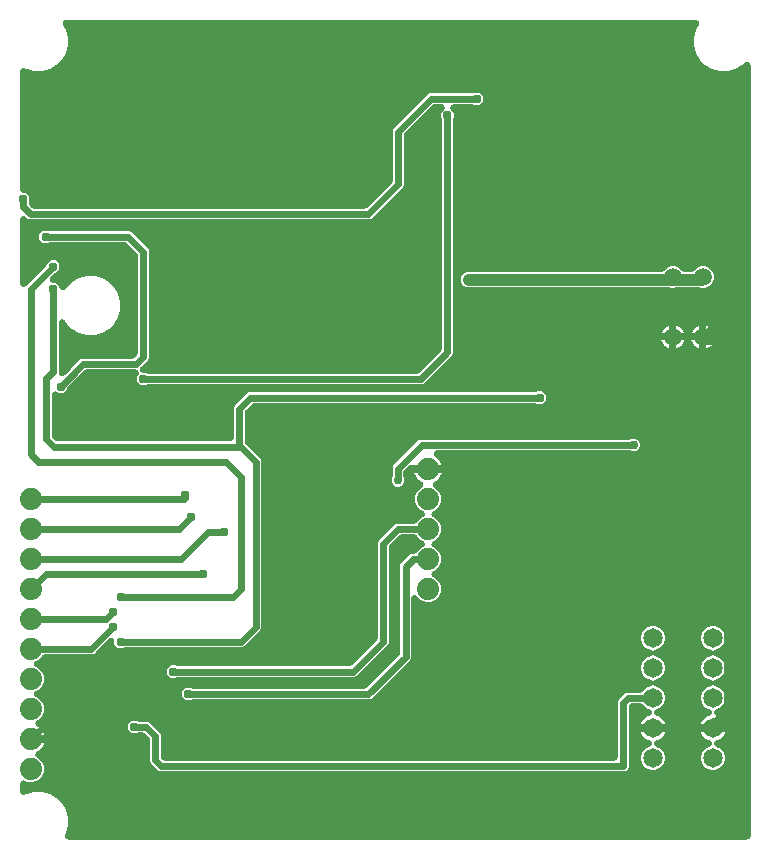
<source format=gbr>
G04 EAGLE Gerber RS-274X export*
G75*
%MOMM*%
%FSLAX34Y34*%
%LPD*%
%INBottom Copper*%
%IPPOS*%
%AMOC8*
5,1,8,0,0,1.08239X$1,22.5*%
G01*
%ADD10C,1.879600*%
%ADD11C,1.650000*%
%ADD12C,1.508000*%
%ADD13P,0.818720X8X22.500000*%
%ADD14C,0.609600*%
%ADD15C,1.016000*%
%ADD16C,0.756400*%

G36*
X625618Y295917D02*
X625618Y295917D01*
X625694Y295915D01*
X625863Y295937D01*
X626034Y295951D01*
X626108Y295969D01*
X626183Y295979D01*
X626347Y296028D01*
X626513Y296069D01*
X626582Y296099D01*
X626656Y296121D01*
X626809Y296197D01*
X626966Y296264D01*
X627030Y296305D01*
X627099Y296338D01*
X627238Y296437D01*
X627382Y296529D01*
X627439Y296580D01*
X627501Y296624D01*
X627622Y296744D01*
X627750Y296858D01*
X627798Y296917D01*
X627852Y296971D01*
X627953Y297109D01*
X628060Y297242D01*
X628097Y297308D01*
X628142Y297369D01*
X628219Y297522D01*
X628304Y297670D01*
X628330Y297742D01*
X628365Y297810D01*
X628416Y297973D01*
X628475Y298133D01*
X628490Y298208D01*
X628513Y298280D01*
X628525Y298385D01*
X628570Y298617D01*
X628577Y298853D01*
X628589Y298958D01*
X628589Y951410D01*
X628586Y951448D01*
X628588Y951486D01*
X628566Y951694D01*
X628549Y951902D01*
X628540Y951939D01*
X628536Y951977D01*
X628481Y952178D01*
X628431Y952380D01*
X628416Y952415D01*
X628405Y952452D01*
X628318Y952642D01*
X628236Y952834D01*
X628216Y952866D01*
X628200Y952901D01*
X628083Y953074D01*
X627971Y953250D01*
X627946Y953278D01*
X627924Y953310D01*
X627781Y953462D01*
X627642Y953618D01*
X627613Y953642D01*
X627587Y953670D01*
X627421Y953797D01*
X627258Y953928D01*
X627225Y953947D01*
X627195Y953970D01*
X627011Y954069D01*
X626830Y954172D01*
X626794Y954185D01*
X626760Y954203D01*
X626563Y954271D01*
X626367Y954343D01*
X626330Y954351D01*
X626294Y954363D01*
X626087Y954398D01*
X625883Y954438D01*
X625845Y954439D01*
X625807Y954446D01*
X625598Y954447D01*
X625390Y954453D01*
X625352Y954448D01*
X625314Y954449D01*
X625107Y954416D01*
X624901Y954389D01*
X624864Y954378D01*
X624827Y954372D01*
X624628Y954307D01*
X624429Y954246D01*
X624394Y954230D01*
X624358Y954218D01*
X624173Y954121D01*
X623985Y954030D01*
X623954Y954008D01*
X623920Y953990D01*
X623848Y953932D01*
X623583Y953744D01*
X623461Y953623D01*
X623387Y953565D01*
X621239Y951416D01*
X615502Y948104D01*
X609103Y946389D01*
X602477Y946389D01*
X596078Y948104D01*
X590341Y951416D01*
X585656Y956101D01*
X582344Y961838D01*
X580629Y968237D01*
X580629Y974863D01*
X582344Y981262D01*
X584657Y985268D01*
X584714Y985389D01*
X584780Y985504D01*
X584820Y985611D01*
X584869Y985714D01*
X584905Y985842D01*
X584952Y985967D01*
X584974Y986079D01*
X585005Y986188D01*
X585021Y986321D01*
X585046Y986451D01*
X585050Y986565D01*
X585063Y986678D01*
X585058Y986811D01*
X585062Y986944D01*
X585047Y987057D01*
X585042Y987171D01*
X585015Y987301D01*
X584997Y987433D01*
X584964Y987542D01*
X584941Y987654D01*
X584893Y987778D01*
X584855Y987906D01*
X584805Y988008D01*
X584764Y988114D01*
X584696Y988229D01*
X584638Y988349D01*
X584572Y988441D01*
X584514Y988540D01*
X584429Y988643D01*
X584352Y988751D01*
X584272Y988832D01*
X584200Y988920D01*
X584099Y989007D01*
X584006Y989102D01*
X583914Y989169D01*
X583828Y989244D01*
X583714Y989314D01*
X583607Y989392D01*
X583505Y989444D01*
X583408Y989504D01*
X583285Y989555D01*
X583167Y989615D01*
X583058Y989649D01*
X582953Y989693D01*
X582823Y989723D01*
X582696Y989763D01*
X582612Y989772D01*
X582472Y989805D01*
X582083Y989832D01*
X582018Y989839D01*
X49172Y989839D01*
X49039Y989829D01*
X48906Y989828D01*
X48793Y989809D01*
X48680Y989799D01*
X48551Y989767D01*
X48420Y989745D01*
X48312Y989708D01*
X48201Y989681D01*
X48079Y989628D01*
X47953Y989585D01*
X47853Y989531D01*
X47748Y989486D01*
X47636Y989415D01*
X47518Y989352D01*
X47428Y989282D01*
X47332Y989221D01*
X47233Y989132D01*
X47127Y989051D01*
X47049Y988968D01*
X46964Y988892D01*
X46880Y988789D01*
X46789Y988692D01*
X46726Y988597D01*
X46654Y988508D01*
X46588Y988393D01*
X46514Y988282D01*
X46466Y988179D01*
X46410Y988080D01*
X46364Y987955D01*
X46308Y987834D01*
X46278Y987724D01*
X46238Y987617D01*
X46213Y987487D01*
X46178Y987358D01*
X46165Y987245D01*
X46144Y987133D01*
X46140Y987000D01*
X46125Y986868D01*
X46132Y986754D01*
X46128Y986640D01*
X46146Y986508D01*
X46153Y986375D01*
X46178Y986264D01*
X46193Y986151D01*
X46231Y986023D01*
X46260Y985893D01*
X46294Y985817D01*
X46335Y985679D01*
X46506Y985329D01*
X46533Y985268D01*
X48846Y981262D01*
X50561Y974863D01*
X50561Y968237D01*
X48846Y961838D01*
X45534Y956101D01*
X40849Y951416D01*
X35112Y948104D01*
X28713Y946389D01*
X22087Y946389D01*
X15688Y948104D01*
X14732Y948656D01*
X14611Y948713D01*
X14496Y948779D01*
X14389Y948819D01*
X14286Y948868D01*
X14158Y948904D01*
X14033Y948951D01*
X13921Y948973D01*
X13812Y949004D01*
X13680Y949020D01*
X13549Y949045D01*
X13435Y949049D01*
X13322Y949062D01*
X13189Y949057D01*
X13056Y949061D01*
X12943Y949046D01*
X12829Y949041D01*
X12699Y949014D01*
X12567Y948996D01*
X12458Y948963D01*
X12346Y948940D01*
X12222Y948892D01*
X12094Y948854D01*
X11992Y948804D01*
X11886Y948763D01*
X11771Y948695D01*
X11651Y948637D01*
X11558Y948571D01*
X11460Y948513D01*
X11358Y948429D01*
X11249Y948352D01*
X11168Y948271D01*
X11080Y948199D01*
X10993Y948098D01*
X10898Y948005D01*
X10831Y947913D01*
X10756Y947827D01*
X10686Y947714D01*
X10608Y947606D01*
X10556Y947504D01*
X10496Y947407D01*
X10445Y947284D01*
X10385Y947166D01*
X10351Y947057D01*
X10307Y946952D01*
X10277Y946822D01*
X10237Y946695D01*
X10228Y946612D01*
X10195Y946471D01*
X10168Y946082D01*
X10161Y946017D01*
X10161Y846554D01*
X10167Y846478D01*
X10165Y846402D01*
X10187Y846233D01*
X10201Y846062D01*
X10219Y845988D01*
X10229Y845913D01*
X10278Y845749D01*
X10319Y845583D01*
X10349Y845514D01*
X10371Y845440D01*
X10447Y845287D01*
X10514Y845130D01*
X10555Y845066D01*
X10588Y844997D01*
X10687Y844858D01*
X10779Y844714D01*
X10830Y844657D01*
X10874Y844595D01*
X10994Y844474D01*
X11108Y844346D01*
X11167Y844298D01*
X11221Y844244D01*
X11359Y844143D01*
X11492Y844036D01*
X11558Y843999D01*
X11619Y843954D01*
X11772Y843877D01*
X11920Y843792D01*
X11992Y843766D01*
X12060Y843731D01*
X12223Y843680D01*
X12383Y843621D01*
X12458Y843606D01*
X12530Y843583D01*
X12635Y843571D01*
X12867Y843526D01*
X13103Y843519D01*
X13208Y843507D01*
X14898Y843507D01*
X18007Y840398D01*
X18007Y835665D01*
X17972Y835563D01*
X17908Y835404D01*
X17892Y835330D01*
X17867Y835258D01*
X17839Y835089D01*
X17802Y834923D01*
X17797Y834847D01*
X17785Y834771D01*
X17784Y834600D01*
X17774Y834430D01*
X17782Y834354D01*
X17782Y834278D01*
X17808Y834109D01*
X17826Y833940D01*
X17846Y833866D01*
X17858Y833791D01*
X17912Y833628D01*
X17957Y833464D01*
X17989Y833395D01*
X18012Y833322D01*
X18091Y833171D01*
X18162Y833015D01*
X18205Y832952D01*
X18240Y832884D01*
X18306Y832802D01*
X18438Y832606D01*
X18600Y832433D01*
X18666Y832351D01*
X20052Y830965D01*
X20139Y830891D01*
X20219Y830810D01*
X20326Y830732D01*
X20428Y830646D01*
X20525Y830587D01*
X20618Y830520D01*
X20736Y830460D01*
X20850Y830391D01*
X20956Y830349D01*
X21058Y830297D01*
X21185Y830257D01*
X21308Y830208D01*
X21419Y830183D01*
X21529Y830149D01*
X21622Y830139D01*
X21790Y830101D01*
X22114Y830083D01*
X22206Y830073D01*
X301644Y830073D01*
X301757Y830082D01*
X301872Y830081D01*
X302003Y830102D01*
X302135Y830113D01*
X302246Y830140D01*
X302359Y830158D01*
X302485Y830199D01*
X302614Y830231D01*
X302719Y830276D01*
X302828Y830312D01*
X302946Y830374D01*
X303068Y830426D01*
X303164Y830487D01*
X303265Y830540D01*
X303339Y830599D01*
X303484Y830691D01*
X303726Y830907D01*
X303798Y830965D01*
X324735Y851902D01*
X324809Y851989D01*
X324890Y852069D01*
X324968Y852176D01*
X325054Y852278D01*
X325113Y852375D01*
X325180Y852468D01*
X325240Y852586D01*
X325309Y852700D01*
X325351Y852806D01*
X325403Y852908D01*
X325443Y853035D01*
X325492Y853158D01*
X325517Y853269D01*
X325551Y853379D01*
X325561Y853472D01*
X325599Y853640D01*
X325617Y853964D01*
X325627Y854056D01*
X325627Y896260D01*
X326323Y897940D01*
X355310Y926927D01*
X356990Y927623D01*
X392506Y927623D01*
X392619Y927632D01*
X392734Y927631D01*
X392865Y927652D01*
X392997Y927663D01*
X393108Y927690D01*
X393221Y927708D01*
X393347Y927749D01*
X393476Y927781D01*
X393581Y927826D01*
X393690Y927862D01*
X393808Y927924D01*
X393930Y927976D01*
X394026Y928037D01*
X394127Y928090D01*
X394201Y928149D01*
X394346Y928241D01*
X394475Y928357D01*
X398898Y928357D01*
X402007Y925248D01*
X402007Y920852D01*
X398898Y917743D01*
X394489Y917743D01*
X394386Y917818D01*
X394284Y917904D01*
X394187Y917963D01*
X394094Y918030D01*
X393976Y918090D01*
X393862Y918159D01*
X393756Y918201D01*
X393654Y918253D01*
X393527Y918293D01*
X393404Y918342D01*
X393293Y918367D01*
X393183Y918401D01*
X393090Y918411D01*
X392922Y918449D01*
X392598Y918467D01*
X392506Y918477D01*
X377334Y918477D01*
X377296Y918474D01*
X377258Y918476D01*
X377050Y918454D01*
X376843Y918437D01*
X376806Y918428D01*
X376768Y918424D01*
X376566Y918369D01*
X376364Y918319D01*
X376329Y918304D01*
X376292Y918293D01*
X376102Y918206D01*
X375910Y918124D01*
X375878Y918104D01*
X375844Y918088D01*
X375670Y917971D01*
X375494Y917859D01*
X375466Y917834D01*
X375434Y917812D01*
X375282Y917669D01*
X375126Y917530D01*
X375102Y917501D01*
X375075Y917475D01*
X374947Y917308D01*
X374816Y917146D01*
X374798Y917114D01*
X374774Y917083D01*
X374675Y916899D01*
X374572Y916718D01*
X374559Y916682D01*
X374541Y916648D01*
X374474Y916451D01*
X374401Y916255D01*
X374394Y916218D01*
X374381Y916182D01*
X374346Y915975D01*
X374306Y915771D01*
X374305Y915733D01*
X374299Y915695D01*
X374297Y915486D01*
X374291Y915278D01*
X374296Y915240D01*
X374296Y915202D01*
X374328Y914995D01*
X374355Y914789D01*
X374366Y914752D01*
X374372Y914715D01*
X374437Y914516D01*
X374498Y914317D01*
X374515Y914282D01*
X374526Y914246D01*
X374623Y914061D01*
X374715Y913873D01*
X374737Y913842D01*
X374754Y913808D01*
X374812Y913736D01*
X375000Y913471D01*
X375121Y913349D01*
X375180Y913275D01*
X377257Y911198D01*
X377257Y906789D01*
X377182Y906686D01*
X377096Y906585D01*
X377037Y906487D01*
X376970Y906394D01*
X376910Y906276D01*
X376841Y906162D01*
X376799Y906056D01*
X376747Y905954D01*
X376707Y905827D01*
X376658Y905704D01*
X376633Y905592D01*
X376599Y905483D01*
X376589Y905390D01*
X376551Y905222D01*
X376533Y904898D01*
X376523Y904806D01*
X376523Y707590D01*
X375827Y705910D01*
X351840Y681923D01*
X350160Y681227D01*
X118494Y681227D01*
X118381Y681218D01*
X118266Y681219D01*
X118135Y681198D01*
X118003Y681187D01*
X117892Y681160D01*
X117779Y681142D01*
X117653Y681101D01*
X117524Y681069D01*
X117419Y681024D01*
X117310Y680988D01*
X117192Y680926D01*
X117070Y680874D01*
X116974Y680813D01*
X116873Y680760D01*
X116799Y680701D01*
X116654Y680609D01*
X116525Y680493D01*
X112102Y680493D01*
X108993Y683602D01*
X108993Y687998D01*
X109720Y688725D01*
X109745Y688754D01*
X109774Y688780D01*
X109904Y688942D01*
X110040Y689101D01*
X110060Y689134D01*
X110084Y689164D01*
X110187Y689345D01*
X110295Y689524D01*
X110309Y689559D01*
X110328Y689592D01*
X110400Y689788D01*
X110478Y689982D01*
X110486Y690019D01*
X110499Y690055D01*
X110539Y690259D01*
X110584Y690463D01*
X110587Y690502D01*
X110594Y690539D01*
X110600Y690747D01*
X110612Y690956D01*
X110608Y690994D01*
X110609Y691032D01*
X110582Y691238D01*
X110560Y691447D01*
X110550Y691483D01*
X110545Y691521D01*
X110484Y691721D01*
X110429Y691922D01*
X110413Y691957D01*
X110402Y691994D01*
X110310Y692181D01*
X110223Y692371D01*
X110202Y692402D01*
X110185Y692437D01*
X110065Y692607D01*
X109948Y692780D01*
X109922Y692808D01*
X109900Y692839D01*
X109753Y692987D01*
X109610Y693140D01*
X109580Y693163D01*
X109553Y693190D01*
X109385Y693313D01*
X109219Y693440D01*
X109185Y693458D01*
X109154Y693480D01*
X108968Y693574D01*
X108784Y693673D01*
X108748Y693685D01*
X108714Y693703D01*
X108514Y693766D01*
X108317Y693833D01*
X108280Y693839D01*
X108243Y693851D01*
X108151Y693861D01*
X107831Y693916D01*
X107659Y693917D01*
X107566Y693927D01*
X66656Y693927D01*
X66543Y693918D01*
X66428Y693919D01*
X66297Y693898D01*
X66165Y693887D01*
X66054Y693860D01*
X65941Y693842D01*
X65815Y693801D01*
X65686Y693769D01*
X65581Y693724D01*
X65472Y693688D01*
X65354Y693626D01*
X65232Y693574D01*
X65136Y693513D01*
X65035Y693460D01*
X64961Y693401D01*
X64816Y693309D01*
X64574Y693093D01*
X64502Y693035D01*
X50649Y679182D01*
X50575Y679095D01*
X50494Y679015D01*
X50416Y678908D01*
X50330Y678806D01*
X50271Y678709D01*
X50204Y678616D01*
X50144Y678498D01*
X50075Y678384D01*
X50033Y678278D01*
X49981Y678176D01*
X49941Y678049D01*
X49892Y677926D01*
X49867Y677815D01*
X49833Y677705D01*
X49823Y677612D01*
X49785Y677444D01*
X49776Y677271D01*
X46648Y674143D01*
X42252Y674143D01*
X42033Y674362D01*
X42004Y674387D01*
X41978Y674416D01*
X41816Y674547D01*
X41657Y674682D01*
X41624Y674702D01*
X41594Y674726D01*
X41413Y674829D01*
X41234Y674937D01*
X41199Y674951D01*
X41166Y674970D01*
X40970Y675042D01*
X40776Y675120D01*
X40739Y675128D01*
X40703Y675141D01*
X40499Y675181D01*
X40295Y675226D01*
X40256Y675229D01*
X40219Y675236D01*
X40011Y675242D01*
X39802Y675254D01*
X39764Y675250D01*
X39726Y675251D01*
X39520Y675224D01*
X39311Y675202D01*
X39275Y675192D01*
X39237Y675187D01*
X39037Y675126D01*
X38836Y675071D01*
X38801Y675055D01*
X38764Y675044D01*
X38577Y674952D01*
X38387Y674865D01*
X38356Y674844D01*
X38321Y674827D01*
X38151Y674707D01*
X37978Y674590D01*
X37950Y674564D01*
X37919Y674542D01*
X37771Y674395D01*
X37618Y674252D01*
X37595Y674222D01*
X37568Y674195D01*
X37445Y674027D01*
X37318Y673861D01*
X37300Y673827D01*
X37278Y673796D01*
X37184Y673610D01*
X37085Y673426D01*
X37073Y673390D01*
X37055Y673356D01*
X36992Y673156D01*
X36925Y672959D01*
X36919Y672922D01*
X36907Y672885D01*
X36897Y672793D01*
X36842Y672473D01*
X36841Y672301D01*
X36831Y672208D01*
X36831Y638156D01*
X36840Y638043D01*
X36839Y637928D01*
X36860Y637797D01*
X36871Y637665D01*
X36898Y637554D01*
X36916Y637441D01*
X36957Y637315D01*
X36989Y637186D01*
X37034Y637081D01*
X37070Y636972D01*
X37132Y636854D01*
X37184Y636732D01*
X37245Y636636D01*
X37298Y636535D01*
X37357Y636461D01*
X37449Y636316D01*
X37665Y636074D01*
X37723Y636002D01*
X39610Y634115D01*
X39697Y634041D01*
X39777Y633960D01*
X39884Y633882D01*
X39985Y633796D01*
X40083Y633737D01*
X40176Y633670D01*
X40294Y633610D01*
X40408Y633541D01*
X40514Y633499D01*
X40616Y633447D01*
X40743Y633407D01*
X40866Y633358D01*
X40977Y633333D01*
X41087Y633299D01*
X41180Y633289D01*
X41348Y633251D01*
X41672Y633233D01*
X41764Y633223D01*
X187960Y633223D01*
X188036Y633229D01*
X188112Y633227D01*
X188281Y633249D01*
X188452Y633263D01*
X188526Y633281D01*
X188601Y633291D01*
X188765Y633340D01*
X188931Y633381D01*
X189000Y633411D01*
X189074Y633433D01*
X189227Y633509D01*
X189384Y633576D01*
X189448Y633617D01*
X189517Y633650D01*
X189656Y633749D01*
X189800Y633841D01*
X189857Y633892D01*
X189919Y633936D01*
X190040Y634056D01*
X190168Y634170D01*
X190216Y634229D01*
X190270Y634283D01*
X190371Y634421D01*
X190478Y634554D01*
X190515Y634620D01*
X190560Y634681D01*
X190637Y634834D01*
X190722Y634982D01*
X190748Y635054D01*
X190783Y635122D01*
X190834Y635285D01*
X190893Y635445D01*
X190908Y635520D01*
X190931Y635592D01*
X190943Y635697D01*
X190988Y635929D01*
X190995Y636165D01*
X191007Y636270D01*
X191007Y661310D01*
X191703Y662990D01*
X202590Y673877D01*
X204270Y674573D01*
X445806Y674573D01*
X445919Y674582D01*
X446034Y674581D01*
X446165Y674602D01*
X446297Y674613D01*
X446408Y674640D01*
X446521Y674658D01*
X446647Y674699D01*
X446776Y674731D01*
X446881Y674776D01*
X446990Y674812D01*
X447108Y674874D01*
X447230Y674926D01*
X447326Y674987D01*
X447427Y675040D01*
X447501Y675099D01*
X447646Y675191D01*
X447775Y675307D01*
X452198Y675307D01*
X455307Y672198D01*
X455307Y667802D01*
X452198Y664693D01*
X447789Y664693D01*
X447686Y664768D01*
X447584Y664854D01*
X447487Y664913D01*
X447394Y664980D01*
X447276Y665040D01*
X447162Y665109D01*
X447056Y665151D01*
X446954Y665203D01*
X446827Y665243D01*
X446704Y665292D01*
X446593Y665317D01*
X446483Y665351D01*
X446390Y665361D01*
X446222Y665399D01*
X445898Y665417D01*
X445806Y665427D01*
X208336Y665427D01*
X208223Y665418D01*
X208108Y665419D01*
X207977Y665398D01*
X207845Y665387D01*
X207734Y665360D01*
X207621Y665342D01*
X207495Y665301D01*
X207366Y665269D01*
X207261Y665224D01*
X207152Y665188D01*
X207034Y665126D01*
X206912Y665074D01*
X206816Y665013D01*
X206715Y664960D01*
X206641Y664901D01*
X206496Y664809D01*
X206254Y664593D01*
X206182Y664535D01*
X201045Y659398D01*
X200971Y659311D01*
X200890Y659231D01*
X200812Y659124D01*
X200726Y659022D01*
X200667Y658925D01*
X200600Y658832D01*
X200540Y658714D01*
X200471Y658600D01*
X200429Y658494D01*
X200377Y658392D01*
X200337Y658265D01*
X200288Y658142D01*
X200263Y658031D01*
X200229Y657921D01*
X200219Y657828D01*
X200181Y657660D01*
X200163Y657336D01*
X200153Y657244D01*
X200153Y633076D01*
X200162Y632963D01*
X200161Y632848D01*
X200182Y632717D01*
X200193Y632585D01*
X200220Y632474D01*
X200238Y632361D01*
X200279Y632235D01*
X200311Y632106D01*
X200356Y632001D01*
X200392Y631892D01*
X200454Y631774D01*
X200506Y631652D01*
X200567Y631556D01*
X200620Y631455D01*
X200679Y631381D01*
X200771Y631236D01*
X200987Y630994D01*
X201045Y630922D01*
X201155Y630812D01*
X211712Y620255D01*
X213427Y618540D01*
X214123Y616860D01*
X214123Y475340D01*
X213427Y473660D01*
X199440Y459673D01*
X197760Y458977D01*
X99444Y458977D01*
X99331Y458968D01*
X99216Y458969D01*
X99085Y458948D01*
X98953Y458937D01*
X98842Y458910D01*
X98729Y458892D01*
X98603Y458851D01*
X98474Y458819D01*
X98369Y458774D01*
X98260Y458738D01*
X98142Y458676D01*
X98020Y458624D01*
X97924Y458563D01*
X97823Y458510D01*
X97749Y458451D01*
X97604Y458359D01*
X97475Y458243D01*
X93052Y458243D01*
X89943Y461352D01*
X89943Y463470D01*
X89940Y463508D01*
X89942Y463546D01*
X89920Y463754D01*
X89903Y463961D01*
X89894Y463999D01*
X89890Y464036D01*
X89835Y464238D01*
X89785Y464440D01*
X89770Y464475D01*
X89759Y464512D01*
X89672Y464702D01*
X89590Y464894D01*
X89570Y464926D01*
X89554Y464960D01*
X89437Y465134D01*
X89325Y465310D01*
X89300Y465338D01*
X89278Y465370D01*
X89135Y465522D01*
X88996Y465678D01*
X88967Y465702D01*
X88941Y465729D01*
X88775Y465857D01*
X88612Y465988D01*
X88579Y466006D01*
X88549Y466030D01*
X88365Y466128D01*
X88184Y466232D01*
X88148Y466245D01*
X88114Y466263D01*
X87917Y466331D01*
X87721Y466403D01*
X87684Y466410D01*
X87648Y466423D01*
X87441Y466458D01*
X87237Y466498D01*
X87199Y466499D01*
X87161Y466505D01*
X86952Y466507D01*
X86744Y466513D01*
X86706Y466508D01*
X86668Y466508D01*
X86461Y466476D01*
X86255Y466449D01*
X86218Y466438D01*
X86181Y466432D01*
X85982Y466367D01*
X85783Y466306D01*
X85748Y466289D01*
X85712Y466278D01*
X85527Y466181D01*
X85339Y466089D01*
X85308Y466067D01*
X85274Y466050D01*
X85202Y465992D01*
X84937Y465804D01*
X84815Y465683D01*
X84741Y465624D01*
X74155Y455038D01*
X72440Y453323D01*
X70760Y452627D01*
X31015Y452627D01*
X30797Y452610D01*
X30579Y452596D01*
X30551Y452590D01*
X30523Y452587D01*
X30312Y452535D01*
X30098Y452486D01*
X30072Y452475D01*
X30044Y452469D01*
X29844Y452383D01*
X29641Y452300D01*
X29617Y452285D01*
X29591Y452274D01*
X29407Y452157D01*
X29220Y452043D01*
X29199Y452024D01*
X29175Y452009D01*
X29012Y451864D01*
X28846Y451721D01*
X28828Y451699D01*
X28807Y451680D01*
X28670Y451511D01*
X28529Y451343D01*
X28518Y451322D01*
X28497Y451296D01*
X28369Y451072D01*
X25237Y447940D01*
X23729Y447315D01*
X23695Y447298D01*
X23659Y447285D01*
X23476Y447186D01*
X23290Y447090D01*
X23259Y447068D01*
X23225Y447049D01*
X23060Y446921D01*
X22893Y446797D01*
X22866Y446770D01*
X22836Y446747D01*
X22694Y446593D01*
X22548Y446444D01*
X22526Y446413D01*
X22500Y446385D01*
X22385Y446211D01*
X22265Y446040D01*
X22249Y446006D01*
X22228Y445974D01*
X22142Y445784D01*
X22051Y445596D01*
X22040Y445559D01*
X22025Y445524D01*
X21971Y445323D01*
X21912Y445122D01*
X21907Y445084D01*
X21897Y445048D01*
X21876Y444840D01*
X21850Y444633D01*
X21852Y444595D01*
X21848Y444557D01*
X21861Y444348D01*
X21869Y444140D01*
X21876Y444102D01*
X21879Y444064D01*
X21925Y443861D01*
X21967Y443656D01*
X21980Y443621D01*
X21989Y443583D01*
X22068Y443389D01*
X22141Y443195D01*
X22160Y443162D01*
X22175Y443127D01*
X22284Y442948D01*
X22388Y442768D01*
X22412Y442738D01*
X22432Y442706D01*
X22568Y442547D01*
X22700Y442386D01*
X22729Y442361D01*
X22754Y442332D01*
X22913Y442198D01*
X23070Y442059D01*
X23103Y442039D01*
X23132Y442015D01*
X23213Y441970D01*
X23488Y441797D01*
X23647Y441730D01*
X23729Y441685D01*
X25237Y441060D01*
X28310Y437987D01*
X29973Y433973D01*
X29973Y429627D01*
X28310Y425613D01*
X25237Y422540D01*
X23729Y421915D01*
X23695Y421898D01*
X23659Y421885D01*
X23476Y421786D01*
X23290Y421690D01*
X23259Y421668D01*
X23225Y421649D01*
X23060Y421521D01*
X22893Y421397D01*
X22866Y421370D01*
X22836Y421347D01*
X22694Y421193D01*
X22548Y421044D01*
X22526Y421013D01*
X22500Y420985D01*
X22385Y420811D01*
X22265Y420640D01*
X22249Y420606D01*
X22228Y420574D01*
X22142Y420384D01*
X22051Y420196D01*
X22040Y420159D01*
X22025Y420124D01*
X21971Y419923D01*
X21912Y419722D01*
X21907Y419684D01*
X21897Y419648D01*
X21876Y419440D01*
X21850Y419233D01*
X21852Y419195D01*
X21848Y419157D01*
X21861Y418948D01*
X21869Y418740D01*
X21876Y418702D01*
X21879Y418664D01*
X21925Y418461D01*
X21967Y418256D01*
X21980Y418221D01*
X21989Y418183D01*
X22067Y417990D01*
X22141Y417795D01*
X22160Y417762D01*
X22175Y417727D01*
X22284Y417548D01*
X22388Y417368D01*
X22412Y417338D01*
X22432Y417306D01*
X22568Y417147D01*
X22700Y416986D01*
X22729Y416961D01*
X22754Y416932D01*
X22913Y416798D01*
X23070Y416659D01*
X23103Y416639D01*
X23132Y416615D01*
X23213Y416570D01*
X23488Y416397D01*
X23647Y416330D01*
X23729Y416285D01*
X25237Y415660D01*
X28310Y412587D01*
X29973Y408573D01*
X29973Y404227D01*
X28310Y400213D01*
X25237Y397140D01*
X24964Y397027D01*
X24817Y396952D01*
X24666Y396884D01*
X24598Y396839D01*
X24525Y396802D01*
X24392Y396704D01*
X24254Y396613D01*
X24194Y396557D01*
X24128Y396509D01*
X24013Y396391D01*
X23891Y396279D01*
X23841Y396214D01*
X23784Y396156D01*
X23689Y396020D01*
X23587Y395890D01*
X23547Y395819D01*
X23501Y395752D01*
X23429Y395602D01*
X23349Y395458D01*
X23322Y395381D01*
X23287Y395307D01*
X23240Y395149D01*
X23185Y394993D01*
X23170Y394912D01*
X23147Y394834D01*
X23126Y394670D01*
X23097Y394507D01*
X23096Y394426D01*
X23086Y394344D01*
X23092Y394179D01*
X23089Y394014D01*
X23101Y393933D01*
X23104Y393851D01*
X23137Y393689D01*
X23161Y393526D01*
X23186Y393448D01*
X23202Y393368D01*
X23260Y393214D01*
X23311Y393056D01*
X23348Y392983D01*
X23376Y392906D01*
X23459Y392763D01*
X23534Y392616D01*
X23582Y392550D01*
X23623Y392479D01*
X23728Y392352D01*
X23826Y392218D01*
X23884Y392161D01*
X23936Y392097D01*
X24059Y391988D01*
X24178Y391872D01*
X24231Y391837D01*
X24306Y391771D01*
X24723Y391509D01*
X24737Y391503D01*
X24747Y391497D01*
X25307Y391211D01*
X26828Y390106D01*
X28156Y388778D01*
X29261Y387257D01*
X30114Y385583D01*
X30613Y384047D01*
X19050Y384047D01*
X18974Y384041D01*
X18898Y384044D01*
X18729Y384021D01*
X18559Y384007D01*
X18485Y383989D01*
X18409Y383979D01*
X18245Y383930D01*
X18080Y383889D01*
X18010Y383859D01*
X17937Y383837D01*
X17783Y383762D01*
X17626Y383694D01*
X17562Y383653D01*
X17494Y383620D01*
X17354Y383521D01*
X17210Y383429D01*
X17154Y383378D01*
X17091Y383334D01*
X16970Y383214D01*
X16842Y383100D01*
X16795Y383041D01*
X16740Y382988D01*
X16640Y382849D01*
X16533Y382717D01*
X16495Y382650D01*
X16450Y382589D01*
X16373Y382436D01*
X16289Y382288D01*
X16262Y382216D01*
X16228Y382148D01*
X16176Y381986D01*
X16117Y381825D01*
X16102Y381751D01*
X16079Y381678D01*
X16068Y381573D01*
X16022Y381341D01*
X16015Y381105D01*
X16003Y381000D01*
X16009Y380924D01*
X16007Y380848D01*
X16029Y380678D01*
X16043Y380508D01*
X16061Y380434D01*
X16071Y380359D01*
X16121Y380195D01*
X16162Y380029D01*
X16192Y379959D01*
X16214Y379886D01*
X16289Y379733D01*
X16356Y379576D01*
X16397Y379512D01*
X16431Y379443D01*
X16530Y379304D01*
X16621Y379160D01*
X16672Y379103D01*
X16716Y379041D01*
X16836Y378919D01*
X16950Y378792D01*
X17009Y378744D01*
X17063Y378690D01*
X17201Y378589D01*
X17334Y378482D01*
X17400Y378444D01*
X17462Y378399D01*
X17614Y378323D01*
X17763Y378238D01*
X17834Y378211D01*
X17902Y378177D01*
X18065Y378126D01*
X18225Y378066D01*
X18300Y378052D01*
X18373Y378029D01*
X18477Y378017D01*
X18709Y377972D01*
X18945Y377964D01*
X19050Y377953D01*
X30613Y377953D01*
X30114Y376417D01*
X29261Y374743D01*
X28156Y373222D01*
X26828Y371894D01*
X25307Y370789D01*
X24747Y370503D01*
X24606Y370417D01*
X24461Y370338D01*
X24396Y370288D01*
X24327Y370245D01*
X24201Y370136D01*
X24071Y370035D01*
X24016Y369975D01*
X23954Y369922D01*
X23848Y369794D01*
X23736Y369673D01*
X23691Y369605D01*
X23638Y369542D01*
X23554Y369400D01*
X23463Y369262D01*
X23429Y369188D01*
X23388Y369117D01*
X23328Y368963D01*
X23260Y368812D01*
X23239Y368734D01*
X23209Y368657D01*
X23175Y368495D01*
X23132Y368336D01*
X23124Y368255D01*
X23107Y368175D01*
X23100Y368009D01*
X23083Y367845D01*
X23088Y367764D01*
X23085Y367682D01*
X23104Y367517D01*
X23114Y367353D01*
X23132Y367273D01*
X23142Y367192D01*
X23187Y367033D01*
X23224Y366872D01*
X23255Y366796D01*
X23277Y366718D01*
X23348Y366568D01*
X23410Y366415D01*
X23453Y366345D01*
X23487Y366271D01*
X23581Y366135D01*
X23667Y365994D01*
X23720Y365932D01*
X23767Y365865D01*
X23881Y365745D01*
X23989Y365620D01*
X24052Y365567D01*
X24108Y365509D01*
X24240Y365409D01*
X24367Y365303D01*
X24423Y365272D01*
X24503Y365212D01*
X24940Y364983D01*
X24954Y364978D01*
X24964Y364973D01*
X25237Y364860D01*
X28310Y361787D01*
X29973Y357773D01*
X29973Y353427D01*
X28310Y349413D01*
X25237Y346340D01*
X21223Y344677D01*
X16877Y344677D01*
X14374Y345714D01*
X14202Y345769D01*
X14033Y345832D01*
X13968Y345845D01*
X13905Y345865D01*
X13726Y345892D01*
X13549Y345927D01*
X13483Y345929D01*
X13417Y345939D01*
X13236Y345937D01*
X13056Y345942D01*
X12990Y345934D01*
X12923Y345933D01*
X12746Y345901D01*
X12567Y345878D01*
X12503Y345859D01*
X12438Y345847D01*
X12268Y345788D01*
X12094Y345735D01*
X12035Y345706D01*
X11972Y345684D01*
X11813Y345598D01*
X11651Y345519D01*
X11597Y345480D01*
X11539Y345448D01*
X11396Y345337D01*
X11249Y345233D01*
X11202Y345186D01*
X11149Y345145D01*
X11026Y345013D01*
X10898Y344886D01*
X10859Y344833D01*
X10814Y344784D01*
X10714Y344633D01*
X10608Y344488D01*
X10578Y344428D01*
X10541Y344373D01*
X10467Y344208D01*
X10385Y344047D01*
X10365Y343984D01*
X10338Y343923D01*
X10291Y343749D01*
X10237Y343577D01*
X10231Y343524D01*
X10210Y343447D01*
X10161Y342956D01*
X10163Y342922D01*
X10161Y342899D01*
X10161Y336683D01*
X10172Y336550D01*
X10172Y336417D01*
X10191Y336305D01*
X10201Y336191D01*
X10233Y336062D01*
X10255Y335930D01*
X10292Y335823D01*
X10319Y335712D01*
X10372Y335590D01*
X10415Y335464D01*
X10469Y335363D01*
X10514Y335259D01*
X10585Y335147D01*
X10648Y335029D01*
X10718Y334939D01*
X10779Y334843D01*
X10868Y334743D01*
X10949Y334638D01*
X11032Y334560D01*
X11108Y334475D01*
X11211Y334391D01*
X11308Y334300D01*
X11403Y334236D01*
X11492Y334165D01*
X11607Y334099D01*
X11718Y334025D01*
X11821Y333977D01*
X11920Y333921D01*
X12045Y333875D01*
X12166Y333819D01*
X12276Y333789D01*
X12383Y333749D01*
X12514Y333724D01*
X12642Y333688D01*
X12755Y333676D01*
X12867Y333655D01*
X13000Y333650D01*
X13132Y333636D01*
X13246Y333643D01*
X13360Y333639D01*
X13492Y333657D01*
X13625Y333664D01*
X13736Y333689D01*
X13849Y333704D01*
X13977Y333742D01*
X14107Y333771D01*
X14184Y333805D01*
X14321Y333846D01*
X14671Y334017D01*
X14732Y334044D01*
X15688Y334596D01*
X22087Y336311D01*
X28713Y336311D01*
X35112Y334596D01*
X40849Y331284D01*
X45534Y326599D01*
X48846Y320862D01*
X50561Y314463D01*
X50561Y307837D01*
X48846Y301438D01*
X48294Y300482D01*
X48237Y300361D01*
X48171Y300246D01*
X48131Y300139D01*
X48082Y300036D01*
X48046Y299908D01*
X47999Y299783D01*
X47977Y299671D01*
X47946Y299562D01*
X47930Y299430D01*
X47905Y299299D01*
X47901Y299185D01*
X47888Y299072D01*
X47893Y298939D01*
X47889Y298806D01*
X47904Y298693D01*
X47909Y298579D01*
X47936Y298449D01*
X47954Y298317D01*
X47987Y298208D01*
X48010Y298096D01*
X48058Y297972D01*
X48096Y297844D01*
X48146Y297742D01*
X48187Y297636D01*
X48255Y297521D01*
X48313Y297401D01*
X48379Y297308D01*
X48437Y297210D01*
X48521Y297108D01*
X48598Y296999D01*
X48679Y296918D01*
X48751Y296830D01*
X48852Y296743D01*
X48945Y296648D01*
X49037Y296581D01*
X49123Y296506D01*
X49236Y296436D01*
X49344Y296358D01*
X49446Y296306D01*
X49543Y296246D01*
X49666Y296195D01*
X49784Y296135D01*
X49893Y296101D01*
X49998Y296057D01*
X50128Y296027D01*
X50255Y295987D01*
X50338Y295978D01*
X50479Y295945D01*
X50868Y295918D01*
X50933Y295911D01*
X625542Y295911D01*
X625618Y295917D01*
G37*
G36*
X45910Y688458D02*
X45910Y688458D01*
X45948Y688458D01*
X46155Y688490D01*
X46361Y688517D01*
X46398Y688528D01*
X46435Y688534D01*
X46634Y688599D01*
X46833Y688660D01*
X46868Y688677D01*
X46904Y688688D01*
X47089Y688785D01*
X47277Y688877D01*
X47308Y688899D01*
X47342Y688916D01*
X47414Y688974D01*
X47679Y689162D01*
X47801Y689283D01*
X47875Y689342D01*
X53195Y694662D01*
X60910Y702377D01*
X62590Y703073D01*
X104794Y703073D01*
X104907Y703082D01*
X105022Y703081D01*
X105153Y703102D01*
X105285Y703113D01*
X105396Y703140D01*
X105509Y703158D01*
X105635Y703199D01*
X105764Y703231D01*
X105869Y703276D01*
X105978Y703312D01*
X106096Y703374D01*
X106218Y703426D01*
X106314Y703487D01*
X106415Y703540D01*
X106489Y703599D01*
X106634Y703691D01*
X106876Y703907D01*
X106948Y703965D01*
X108835Y705852D01*
X108909Y705939D01*
X108990Y706019D01*
X109068Y706126D01*
X109154Y706228D01*
X109213Y706325D01*
X109280Y706418D01*
X109340Y706536D01*
X109409Y706650D01*
X109451Y706756D01*
X109503Y706858D01*
X109543Y706985D01*
X109592Y707108D01*
X109617Y707219D01*
X109651Y707329D01*
X109661Y707422D01*
X109699Y707590D01*
X109717Y707914D01*
X109727Y708006D01*
X109727Y790594D01*
X109718Y790707D01*
X109719Y790822D01*
X109698Y790953D01*
X109687Y791085D01*
X109660Y791196D01*
X109642Y791309D01*
X109601Y791435D01*
X109569Y791564D01*
X109524Y791669D01*
X109488Y791778D01*
X109426Y791896D01*
X109374Y792018D01*
X109313Y792114D01*
X109260Y792215D01*
X109201Y792289D01*
X109109Y792434D01*
X108893Y792676D01*
X108835Y792748D01*
X100598Y800985D01*
X100511Y801059D01*
X100431Y801140D01*
X100324Y801218D01*
X100222Y801304D01*
X100125Y801363D01*
X100032Y801430D01*
X99914Y801490D01*
X99800Y801559D01*
X99694Y801601D01*
X99592Y801653D01*
X99465Y801693D01*
X99342Y801742D01*
X99231Y801767D01*
X99121Y801801D01*
X99028Y801811D01*
X98860Y801849D01*
X98536Y801867D01*
X98444Y801877D01*
X35944Y801877D01*
X35831Y801868D01*
X35716Y801869D01*
X35585Y801848D01*
X35453Y801837D01*
X35342Y801810D01*
X35229Y801792D01*
X35103Y801751D01*
X34974Y801719D01*
X34869Y801674D01*
X34760Y801638D01*
X34642Y801576D01*
X34520Y801524D01*
X34424Y801463D01*
X34323Y801410D01*
X34249Y801351D01*
X34104Y801259D01*
X33975Y801143D01*
X29552Y801143D01*
X26443Y804252D01*
X26443Y808648D01*
X29552Y811757D01*
X33961Y811757D01*
X34064Y811682D01*
X34166Y811596D01*
X34263Y811537D01*
X34356Y811470D01*
X34474Y811410D01*
X34588Y811341D01*
X34694Y811299D01*
X34796Y811247D01*
X34923Y811207D01*
X35046Y811158D01*
X35157Y811133D01*
X35267Y811099D01*
X35360Y811089D01*
X35528Y811051D01*
X35852Y811033D01*
X35944Y811023D01*
X102510Y811023D01*
X104190Y810327D01*
X118177Y796340D01*
X118873Y794660D01*
X118873Y703940D01*
X118177Y702260D01*
X116462Y700545D01*
X112226Y696309D01*
X112201Y696280D01*
X112172Y696254D01*
X112042Y696092D01*
X111906Y695933D01*
X111886Y695900D01*
X111862Y695870D01*
X111759Y695689D01*
X111651Y695510D01*
X111637Y695475D01*
X111618Y695442D01*
X111546Y695246D01*
X111468Y695052D01*
X111460Y695015D01*
X111447Y694979D01*
X111407Y694774D01*
X111362Y694570D01*
X111359Y694532D01*
X111352Y694495D01*
X111346Y694287D01*
X111334Y694078D01*
X111338Y694040D01*
X111337Y694002D01*
X111364Y693795D01*
X111386Y693587D01*
X111396Y693551D01*
X111401Y693513D01*
X111462Y693313D01*
X111517Y693112D01*
X111533Y693077D01*
X111544Y693040D01*
X111636Y692852D01*
X111723Y692663D01*
X111744Y692632D01*
X111761Y692597D01*
X111881Y692427D01*
X111998Y692254D01*
X112024Y692226D01*
X112046Y692195D01*
X112193Y692047D01*
X112336Y691894D01*
X112366Y691871D01*
X112393Y691844D01*
X112562Y691721D01*
X112727Y691594D01*
X112761Y691576D01*
X112792Y691554D01*
X112978Y691460D01*
X113162Y691361D01*
X113198Y691348D01*
X113232Y691331D01*
X113431Y691269D01*
X113629Y691201D01*
X113666Y691195D01*
X113703Y691183D01*
X113795Y691173D01*
X114115Y691118D01*
X114287Y691117D01*
X114380Y691107D01*
X116511Y691107D01*
X116614Y691032D01*
X116716Y690946D01*
X116813Y690887D01*
X116906Y690820D01*
X117024Y690760D01*
X117138Y690691D01*
X117244Y690649D01*
X117346Y690597D01*
X117473Y690557D01*
X117596Y690508D01*
X117707Y690483D01*
X117817Y690449D01*
X117910Y690439D01*
X118078Y690401D01*
X118402Y690383D01*
X118494Y690373D01*
X346094Y690373D01*
X346207Y690382D01*
X346322Y690381D01*
X346453Y690402D01*
X346585Y690413D01*
X346696Y690440D01*
X346809Y690458D01*
X346935Y690499D01*
X347064Y690531D01*
X347169Y690576D01*
X347278Y690612D01*
X347396Y690674D01*
X347518Y690726D01*
X347614Y690787D01*
X347715Y690840D01*
X347789Y690899D01*
X347934Y690991D01*
X348176Y691207D01*
X348248Y691265D01*
X366485Y709502D01*
X366559Y709589D01*
X366640Y709669D01*
X366718Y709776D01*
X366804Y709878D01*
X366863Y709975D01*
X366930Y710068D01*
X366990Y710186D01*
X367059Y710300D01*
X367101Y710406D01*
X367153Y710508D01*
X367193Y710635D01*
X367242Y710758D01*
X367267Y710869D01*
X367301Y710979D01*
X367311Y711072D01*
X367349Y711240D01*
X367367Y711564D01*
X367377Y711656D01*
X367377Y904806D01*
X367368Y904920D01*
X367369Y905034D01*
X367348Y905165D01*
X367337Y905297D01*
X367310Y905408D01*
X367292Y905521D01*
X367251Y905647D01*
X367219Y905776D01*
X367174Y905881D01*
X367138Y905990D01*
X367076Y906108D01*
X367024Y906230D01*
X366963Y906326D01*
X366910Y906427D01*
X366851Y906501D01*
X366759Y906646D01*
X366643Y906775D01*
X366643Y911198D01*
X368720Y913275D01*
X368745Y913304D01*
X368774Y913330D01*
X368904Y913492D01*
X369040Y913651D01*
X369060Y913684D01*
X369084Y913714D01*
X369187Y913895D01*
X369295Y914074D01*
X369309Y914109D01*
X369328Y914142D01*
X369400Y914338D01*
X369478Y914532D01*
X369486Y914569D01*
X369499Y914605D01*
X369539Y914810D01*
X369584Y915014D01*
X369587Y915052D01*
X369594Y915089D01*
X369600Y915297D01*
X369612Y915506D01*
X369608Y915544D01*
X369609Y915582D01*
X369582Y915789D01*
X369560Y915997D01*
X369550Y916033D01*
X369545Y916071D01*
X369484Y916271D01*
X369429Y916472D01*
X369413Y916507D01*
X369402Y916544D01*
X369310Y916731D01*
X369223Y916921D01*
X369202Y916952D01*
X369185Y916987D01*
X369065Y917157D01*
X368948Y917330D01*
X368922Y917358D01*
X368900Y917389D01*
X368753Y917537D01*
X368610Y917690D01*
X368580Y917713D01*
X368553Y917740D01*
X368384Y917863D01*
X368219Y917990D01*
X368185Y918008D01*
X368154Y918030D01*
X367968Y918124D01*
X367784Y918223D01*
X367748Y918236D01*
X367714Y918253D01*
X367515Y918315D01*
X367317Y918383D01*
X367280Y918389D01*
X367243Y918401D01*
X367151Y918411D01*
X366831Y918466D01*
X366659Y918467D01*
X366566Y918477D01*
X361056Y918477D01*
X360943Y918468D01*
X360828Y918469D01*
X360697Y918448D01*
X360565Y918437D01*
X360454Y918410D01*
X360341Y918392D01*
X360215Y918351D01*
X360086Y918319D01*
X359981Y918274D01*
X359872Y918238D01*
X359754Y918176D01*
X359632Y918124D01*
X359536Y918063D01*
X359435Y918010D01*
X359361Y917951D01*
X359216Y917859D01*
X358974Y917643D01*
X358902Y917585D01*
X335665Y894348D01*
X335591Y894261D01*
X335510Y894181D01*
X335432Y894074D01*
X335346Y893972D01*
X335287Y893875D01*
X335220Y893782D01*
X335160Y893664D01*
X335091Y893550D01*
X335049Y893444D01*
X334997Y893342D01*
X334957Y893215D01*
X334908Y893092D01*
X334883Y892981D01*
X334849Y892871D01*
X334839Y892778D01*
X334801Y892610D01*
X334783Y892286D01*
X334773Y892194D01*
X334773Y849990D01*
X334077Y848310D01*
X307390Y821623D01*
X305710Y820927D01*
X18140Y820927D01*
X16460Y821623D01*
X15363Y822720D01*
X15334Y822745D01*
X15308Y822774D01*
X15146Y822905D01*
X14987Y823040D01*
X14954Y823060D01*
X14924Y823084D01*
X14743Y823187D01*
X14564Y823295D01*
X14529Y823309D01*
X14496Y823328D01*
X14300Y823400D01*
X14106Y823478D01*
X14069Y823486D01*
X14033Y823499D01*
X13829Y823539D01*
X13625Y823584D01*
X13586Y823587D01*
X13549Y823594D01*
X13341Y823600D01*
X13132Y823612D01*
X13094Y823608D01*
X13056Y823609D01*
X12850Y823582D01*
X12641Y823560D01*
X12605Y823550D01*
X12567Y823545D01*
X12367Y823484D01*
X12166Y823429D01*
X12131Y823413D01*
X12094Y823402D01*
X11907Y823310D01*
X11717Y823223D01*
X11686Y823202D01*
X11651Y823185D01*
X11481Y823065D01*
X11308Y822948D01*
X11280Y822922D01*
X11249Y822900D01*
X11101Y822753D01*
X10948Y822610D01*
X10925Y822580D01*
X10898Y822553D01*
X10775Y822385D01*
X10648Y822219D01*
X10630Y822185D01*
X10608Y822154D01*
X10514Y821968D01*
X10415Y821784D01*
X10403Y821748D01*
X10385Y821714D01*
X10322Y821514D01*
X10255Y821317D01*
X10249Y821280D01*
X10237Y821243D01*
X10227Y821151D01*
X10172Y820831D01*
X10171Y820659D01*
X10161Y820566D01*
X10161Y766934D01*
X10164Y766896D01*
X10162Y766858D01*
X10184Y766650D01*
X10201Y766443D01*
X10210Y766406D01*
X10214Y766368D01*
X10269Y766167D01*
X10319Y765964D01*
X10334Y765929D01*
X10345Y765892D01*
X10431Y765702D01*
X10514Y765510D01*
X10534Y765478D01*
X10550Y765443D01*
X10667Y765270D01*
X10779Y765094D01*
X10804Y765066D01*
X10826Y765034D01*
X10969Y764882D01*
X11108Y764726D01*
X11137Y764702D01*
X11164Y764675D01*
X11329Y764548D01*
X11492Y764416D01*
X11525Y764398D01*
X11555Y764374D01*
X11739Y764276D01*
X11920Y764172D01*
X11956Y764159D01*
X11990Y764141D01*
X12187Y764074D01*
X12383Y764001D01*
X12420Y763994D01*
X12456Y763981D01*
X12663Y763946D01*
X12867Y763906D01*
X12905Y763905D01*
X12943Y763899D01*
X13152Y763897D01*
X13360Y763891D01*
X13398Y763896D01*
X13436Y763896D01*
X13643Y763928D01*
X13849Y763955D01*
X13886Y763966D01*
X13923Y763972D01*
X14121Y764037D01*
X14321Y764098D01*
X14356Y764115D01*
X14392Y764126D01*
X14577Y764223D01*
X14765Y764315D01*
X14796Y764337D01*
X14830Y764354D01*
X14902Y764412D01*
X15167Y764600D01*
X15289Y764721D01*
X15363Y764780D01*
X16888Y766305D01*
X16889Y766305D01*
X31901Y781318D01*
X31925Y781346D01*
X31952Y781370D01*
X32000Y781430D01*
X32056Y781485D01*
X32134Y781592D01*
X32220Y781694D01*
X32241Y781728D01*
X32262Y781754D01*
X32298Y781818D01*
X32346Y781884D01*
X32406Y782002D01*
X32475Y782116D01*
X32491Y782156D01*
X32506Y782183D01*
X32531Y782249D01*
X32569Y782324D01*
X32609Y782451D01*
X32658Y782574D01*
X32668Y782618D01*
X32678Y782646D01*
X32691Y782711D01*
X32717Y782795D01*
X32727Y782888D01*
X32765Y783056D01*
X32767Y783103D01*
X32773Y783130D01*
X32776Y783231D01*
X35902Y786357D01*
X40298Y786357D01*
X43407Y783248D01*
X43407Y778852D01*
X40289Y775734D01*
X40163Y775714D01*
X40031Y775703D01*
X39920Y775676D01*
X39807Y775658D01*
X39681Y775617D01*
X39552Y775585D01*
X39447Y775540D01*
X39338Y775504D01*
X39221Y775442D01*
X39098Y775390D01*
X39002Y775329D01*
X38901Y775276D01*
X38827Y775217D01*
X38682Y775125D01*
X38440Y774909D01*
X38368Y774851D01*
X36026Y772509D01*
X36001Y772480D01*
X35972Y772454D01*
X35842Y772292D01*
X35706Y772133D01*
X35686Y772100D01*
X35662Y772070D01*
X35559Y771889D01*
X35451Y771710D01*
X35437Y771675D01*
X35418Y771642D01*
X35346Y771446D01*
X35268Y771252D01*
X35260Y771215D01*
X35247Y771179D01*
X35207Y770974D01*
X35162Y770770D01*
X35159Y770732D01*
X35152Y770695D01*
X35146Y770487D01*
X35134Y770278D01*
X35138Y770240D01*
X35137Y770202D01*
X35164Y769995D01*
X35186Y769787D01*
X35196Y769751D01*
X35201Y769713D01*
X35262Y769513D01*
X35317Y769312D01*
X35333Y769277D01*
X35344Y769240D01*
X35436Y769053D01*
X35523Y768863D01*
X35544Y768832D01*
X35561Y768797D01*
X35681Y768627D01*
X35798Y768454D01*
X35824Y768426D01*
X35846Y768395D01*
X35993Y768247D01*
X36136Y768094D01*
X36166Y768071D01*
X36193Y768044D01*
X36361Y767921D01*
X36527Y767794D01*
X36561Y767776D01*
X36592Y767754D01*
X36777Y767660D01*
X36962Y767561D01*
X36998Y767548D01*
X37032Y767531D01*
X37231Y767469D01*
X37429Y767401D01*
X37466Y767394D01*
X37503Y767383D01*
X37595Y767373D01*
X37915Y767318D01*
X38087Y767317D01*
X38180Y767307D01*
X40298Y767307D01*
X43407Y764198D01*
X43407Y763843D01*
X43422Y763654D01*
X43430Y763464D01*
X43442Y763408D01*
X43447Y763351D01*
X43492Y763167D01*
X43531Y762981D01*
X43552Y762928D01*
X43565Y762872D01*
X43640Y762698D01*
X43709Y762521D01*
X43737Y762471D01*
X43760Y762419D01*
X43862Y762259D01*
X43958Y762095D01*
X43994Y762051D01*
X44025Y762003D01*
X44151Y761861D01*
X44273Y761715D01*
X44316Y761678D01*
X44354Y761635D01*
X44501Y761516D01*
X44645Y761391D01*
X44693Y761361D01*
X44738Y761325D01*
X44902Y761231D01*
X45064Y761131D01*
X45117Y761109D01*
X45166Y761081D01*
X45344Y761015D01*
X45520Y760942D01*
X45575Y760929D01*
X45629Y760909D01*
X45815Y760873D01*
X46000Y760830D01*
X46057Y760826D01*
X46113Y760815D01*
X46303Y760809D01*
X46492Y760796D01*
X46549Y760801D01*
X46606Y760799D01*
X46794Y760824D01*
X46983Y760842D01*
X47039Y760856D01*
X47095Y760864D01*
X47277Y760919D01*
X47461Y760967D01*
X47513Y760990D01*
X47567Y761006D01*
X47738Y761090D01*
X47912Y761167D01*
X47959Y761198D01*
X48011Y761223D01*
X48165Y761333D01*
X48324Y761437D01*
X48366Y761476D01*
X48413Y761509D01*
X48548Y761642D01*
X48688Y761770D01*
X48715Y761807D01*
X48764Y761855D01*
X49054Y762254D01*
X49075Y762294D01*
X49093Y762319D01*
X49716Y763399D01*
X54401Y768084D01*
X60138Y771396D01*
X66537Y773111D01*
X73163Y773111D01*
X79562Y771396D01*
X85299Y768084D01*
X89984Y763399D01*
X93296Y757662D01*
X95011Y751263D01*
X95011Y744637D01*
X93296Y738238D01*
X89984Y732501D01*
X85299Y727816D01*
X79562Y724504D01*
X73163Y722789D01*
X66537Y722789D01*
X60138Y724504D01*
X54401Y727816D01*
X49716Y732501D01*
X48359Y734852D01*
X48251Y735009D01*
X48149Y735168D01*
X48111Y735211D01*
X48079Y735258D01*
X47947Y735395D01*
X47820Y735536D01*
X47776Y735572D01*
X47736Y735613D01*
X47584Y735727D01*
X47436Y735846D01*
X47387Y735874D01*
X47341Y735909D01*
X47172Y735996D01*
X47008Y736090D01*
X46954Y736110D01*
X46904Y736136D01*
X46723Y736196D01*
X46545Y736262D01*
X46489Y736273D01*
X46435Y736291D01*
X46247Y736320D01*
X46061Y736357D01*
X46004Y736358D01*
X45948Y736367D01*
X45757Y736366D01*
X45568Y736372D01*
X45512Y736364D01*
X45454Y736364D01*
X45267Y736332D01*
X45079Y736307D01*
X45024Y736291D01*
X44968Y736281D01*
X44788Y736220D01*
X44606Y736165D01*
X44555Y736140D01*
X44501Y736121D01*
X44334Y736032D01*
X44163Y735948D01*
X44117Y735915D01*
X44067Y735888D01*
X43916Y735772D01*
X43761Y735663D01*
X43720Y735623D01*
X43675Y735588D01*
X43545Y735449D01*
X43410Y735316D01*
X43376Y735270D01*
X43337Y735228D01*
X43231Y735071D01*
X43120Y734917D01*
X43094Y734866D01*
X43062Y734819D01*
X42983Y734646D01*
X42897Y734477D01*
X42880Y734422D01*
X42856Y734370D01*
X42806Y734187D01*
X42749Y734006D01*
X42744Y733961D01*
X42726Y733895D01*
X42674Y733404D01*
X42676Y733359D01*
X42673Y733328D01*
X42673Y691496D01*
X42676Y691458D01*
X42674Y691420D01*
X42696Y691212D01*
X42713Y691005D01*
X42722Y690968D01*
X42726Y690930D01*
X42781Y690728D01*
X42831Y690526D01*
X42846Y690491D01*
X42857Y690454D01*
X42944Y690264D01*
X43026Y690072D01*
X43046Y690040D01*
X43062Y690006D01*
X43179Y689832D01*
X43291Y689656D01*
X43316Y689628D01*
X43338Y689596D01*
X43481Y689444D01*
X43620Y689288D01*
X43649Y689264D01*
X43675Y689237D01*
X43841Y689109D01*
X44004Y688978D01*
X44037Y688960D01*
X44067Y688936D01*
X44251Y688838D01*
X44432Y688734D01*
X44468Y688721D01*
X44502Y688703D01*
X44699Y688635D01*
X44895Y688563D01*
X44932Y688556D01*
X44968Y688543D01*
X45175Y688508D01*
X45379Y688468D01*
X45417Y688467D01*
X45455Y688461D01*
X45664Y688459D01*
X45872Y688453D01*
X45910Y688458D01*
G37*
%LPC*%
G36*
X150202Y413793D02*
X150202Y413793D01*
X147093Y416902D01*
X147093Y421298D01*
X150202Y424407D01*
X154611Y424407D01*
X154714Y424332D01*
X154815Y424246D01*
X154913Y424187D01*
X155006Y424120D01*
X155124Y424060D01*
X155238Y423991D01*
X155344Y423949D01*
X155446Y423897D01*
X155573Y423857D01*
X155696Y423808D01*
X155808Y423783D01*
X155917Y423749D01*
X156010Y423739D01*
X156178Y423701D01*
X156502Y423683D01*
X156594Y423673D01*
X301644Y423673D01*
X301757Y423682D01*
X301872Y423681D01*
X302003Y423702D01*
X302135Y423713D01*
X302246Y423740D01*
X302359Y423758D01*
X302485Y423799D01*
X302614Y423831D01*
X302719Y423876D01*
X302828Y423912D01*
X302946Y423974D01*
X303068Y424026D01*
X303164Y424087D01*
X303265Y424140D01*
X303339Y424199D01*
X303484Y424291D01*
X303726Y424507D01*
X303798Y424565D01*
X331085Y451852D01*
X331159Y451939D01*
X331240Y452019D01*
X331318Y452126D01*
X331404Y452228D01*
X331463Y452325D01*
X331530Y452418D01*
X331590Y452536D01*
X331659Y452650D01*
X331701Y452756D01*
X331753Y452858D01*
X331793Y452985D01*
X331842Y453108D01*
X331867Y453219D01*
X331901Y453329D01*
X331911Y453422D01*
X331949Y453590D01*
X331967Y453914D01*
X331977Y454006D01*
X331977Y527960D01*
X332673Y529640D01*
X340310Y537277D01*
X341990Y537973D01*
X343635Y537973D01*
X343853Y537990D01*
X344071Y538004D01*
X344099Y538010D01*
X344127Y538013D01*
X344338Y538065D01*
X344552Y538114D01*
X344578Y538125D01*
X344606Y538131D01*
X344806Y538217D01*
X345009Y538300D01*
X345033Y538315D01*
X345059Y538326D01*
X345243Y538443D01*
X345430Y538557D01*
X345451Y538576D01*
X345475Y538591D01*
X345638Y538736D01*
X345804Y538879D01*
X345822Y538901D01*
X345843Y538920D01*
X345980Y539089D01*
X346121Y539257D01*
X346132Y539278D01*
X346153Y539304D01*
X346281Y539528D01*
X349413Y542660D01*
X350921Y543285D01*
X350955Y543302D01*
X350991Y543315D01*
X351174Y543414D01*
X351360Y543510D01*
X351391Y543532D01*
X351425Y543551D01*
X351590Y543679D01*
X351757Y543803D01*
X351784Y543830D01*
X351814Y543853D01*
X351956Y544007D01*
X352102Y544156D01*
X352124Y544187D01*
X352150Y544215D01*
X352265Y544389D01*
X352385Y544560D01*
X352401Y544594D01*
X352422Y544626D01*
X352508Y544816D01*
X352599Y545004D01*
X352610Y545041D01*
X352625Y545076D01*
X352679Y545277D01*
X352738Y545478D01*
X352743Y545516D01*
X352753Y545552D01*
X352774Y545760D01*
X352800Y545967D01*
X352798Y546005D01*
X352802Y546043D01*
X352789Y546252D01*
X352781Y546460D01*
X352774Y546498D01*
X352771Y546536D01*
X352725Y546739D01*
X352683Y546944D01*
X352670Y546979D01*
X352661Y547017D01*
X352583Y547210D01*
X352509Y547405D01*
X352490Y547438D01*
X352475Y547473D01*
X352366Y547652D01*
X352262Y547832D01*
X352238Y547862D01*
X352218Y547894D01*
X352082Y548053D01*
X351950Y548214D01*
X351921Y548239D01*
X351896Y548268D01*
X351737Y548402D01*
X351580Y548541D01*
X351547Y548561D01*
X351518Y548585D01*
X351437Y548630D01*
X351162Y548803D01*
X351003Y548870D01*
X350921Y548915D01*
X349413Y549540D01*
X346292Y552661D01*
X346255Y552737D01*
X346239Y552760D01*
X346226Y552785D01*
X346096Y552961D01*
X345969Y553139D01*
X345950Y553159D01*
X345933Y553182D01*
X345776Y553335D01*
X345623Y553490D01*
X345600Y553507D01*
X345580Y553526D01*
X345400Y553652D01*
X345224Y553780D01*
X345199Y553793D01*
X345175Y553809D01*
X344978Y553904D01*
X344784Y554003D01*
X344757Y554011D01*
X344731Y554023D01*
X344521Y554085D01*
X344313Y554151D01*
X344290Y554154D01*
X344258Y554163D01*
X343768Y554224D01*
X343688Y554221D01*
X343635Y554227D01*
X333356Y554227D01*
X333243Y554218D01*
X333128Y554219D01*
X332997Y554198D01*
X332865Y554187D01*
X332754Y554160D01*
X332641Y554142D01*
X332515Y554101D01*
X332386Y554069D01*
X332281Y554024D01*
X332172Y553988D01*
X332054Y553926D01*
X331932Y553874D01*
X331836Y553813D01*
X331735Y553760D01*
X331661Y553701D01*
X331516Y553609D01*
X331274Y553393D01*
X331202Y553335D01*
X322965Y545098D01*
X322891Y545011D01*
X322810Y544931D01*
X322732Y544824D01*
X322646Y544722D01*
X322587Y544625D01*
X322520Y544532D01*
X322460Y544414D01*
X322391Y544300D01*
X322349Y544194D01*
X322297Y544092D01*
X322257Y543965D01*
X322208Y543842D01*
X322183Y543731D01*
X322149Y543621D01*
X322139Y543528D01*
X322101Y543360D01*
X322083Y543036D01*
X322073Y542944D01*
X322073Y462640D01*
X321377Y460960D01*
X294690Y434273D01*
X293010Y433577D01*
X143894Y433577D01*
X143781Y433568D01*
X143666Y433569D01*
X143535Y433548D01*
X143403Y433537D01*
X143292Y433510D01*
X143179Y433492D01*
X143053Y433451D01*
X142924Y433419D01*
X142819Y433374D01*
X142710Y433338D01*
X142592Y433276D01*
X142470Y433224D01*
X142374Y433163D01*
X142273Y433110D01*
X142199Y433051D01*
X142054Y432959D01*
X141925Y432843D01*
X137502Y432843D01*
X134393Y435952D01*
X134393Y440348D01*
X137502Y443457D01*
X141911Y443457D01*
X142014Y443382D01*
X142116Y443296D01*
X142213Y443237D01*
X142306Y443170D01*
X142424Y443110D01*
X142538Y443041D01*
X142644Y442999D01*
X142746Y442947D01*
X142873Y442907D01*
X142996Y442858D01*
X143107Y442833D01*
X143217Y442799D01*
X143310Y442789D01*
X143478Y442751D01*
X143802Y442733D01*
X143894Y442723D01*
X288944Y442723D01*
X289057Y442732D01*
X289172Y442731D01*
X289303Y442752D01*
X289435Y442763D01*
X289546Y442790D01*
X289659Y442808D01*
X289785Y442849D01*
X289914Y442881D01*
X290019Y442926D01*
X290128Y442962D01*
X290246Y443024D01*
X290368Y443076D01*
X290464Y443137D01*
X290565Y443190D01*
X290639Y443249D01*
X290784Y443341D01*
X291026Y443557D01*
X291098Y443615D01*
X312035Y464552D01*
X312109Y464639D01*
X312190Y464719D01*
X312268Y464826D01*
X312354Y464928D01*
X312413Y465025D01*
X312480Y465118D01*
X312540Y465236D01*
X312609Y465350D01*
X312651Y465456D01*
X312703Y465558D01*
X312743Y465685D01*
X312792Y465808D01*
X312817Y465919D01*
X312851Y466029D01*
X312861Y466122D01*
X312899Y466290D01*
X312917Y466614D01*
X312927Y466706D01*
X312927Y547010D01*
X313623Y548690D01*
X327610Y562677D01*
X329290Y563373D01*
X343635Y563373D01*
X343853Y563390D01*
X344071Y563404D01*
X344099Y563410D01*
X344127Y563413D01*
X344338Y563465D01*
X344552Y563514D01*
X344578Y563525D01*
X344606Y563531D01*
X344806Y563617D01*
X345009Y563700D01*
X345033Y563715D01*
X345059Y563726D01*
X345243Y563843D01*
X345430Y563957D01*
X345451Y563976D01*
X345475Y563991D01*
X345638Y564136D01*
X345804Y564279D01*
X345822Y564301D01*
X345843Y564320D01*
X345980Y564489D01*
X346121Y564657D01*
X346132Y564678D01*
X346153Y564704D01*
X346281Y564928D01*
X349413Y568060D01*
X350921Y568685D01*
X350955Y568702D01*
X350991Y568715D01*
X351174Y568814D01*
X351360Y568910D01*
X351391Y568932D01*
X351425Y568951D01*
X351590Y569079D01*
X351757Y569203D01*
X351784Y569230D01*
X351814Y569253D01*
X351956Y569407D01*
X352102Y569556D01*
X352124Y569587D01*
X352150Y569615D01*
X352265Y569789D01*
X352385Y569960D01*
X352401Y569994D01*
X352422Y570026D01*
X352508Y570216D01*
X352599Y570404D01*
X352610Y570441D01*
X352625Y570476D01*
X352679Y570677D01*
X352738Y570878D01*
X352743Y570916D01*
X352753Y570952D01*
X352774Y571160D01*
X352800Y571367D01*
X352798Y571405D01*
X352802Y571443D01*
X352789Y571652D01*
X352781Y571860D01*
X352774Y571898D01*
X352771Y571936D01*
X352725Y572139D01*
X352683Y572344D01*
X352670Y572379D01*
X352661Y572417D01*
X352583Y572610D01*
X352509Y572805D01*
X352490Y572838D01*
X352475Y572873D01*
X352366Y573052D01*
X352262Y573232D01*
X352238Y573262D01*
X352218Y573294D01*
X352082Y573453D01*
X351950Y573614D01*
X351921Y573639D01*
X351896Y573668D01*
X351737Y573802D01*
X351580Y573941D01*
X351547Y573961D01*
X351518Y573985D01*
X351437Y574030D01*
X351162Y574203D01*
X351003Y574270D01*
X350921Y574315D01*
X349413Y574940D01*
X346340Y578013D01*
X344677Y582027D01*
X344677Y586373D01*
X346340Y590387D01*
X349413Y593460D01*
X349686Y593573D01*
X349833Y593648D01*
X349984Y593716D01*
X350052Y593761D01*
X350125Y593798D01*
X350258Y593896D01*
X350396Y593987D01*
X350456Y594043D01*
X350522Y594091D01*
X350637Y594209D01*
X350759Y594321D01*
X350809Y594386D01*
X350866Y594444D01*
X350961Y594580D01*
X351063Y594710D01*
X351103Y594781D01*
X351149Y594848D01*
X351221Y594998D01*
X351301Y595142D01*
X351328Y595219D01*
X351363Y595293D01*
X351410Y595451D01*
X351465Y595607D01*
X351480Y595688D01*
X351503Y595766D01*
X351524Y595930D01*
X351553Y596093D01*
X351554Y596174D01*
X351564Y596256D01*
X351558Y596421D01*
X351561Y596586D01*
X351549Y596667D01*
X351546Y596749D01*
X351513Y596911D01*
X351489Y597074D01*
X351464Y597152D01*
X351448Y597232D01*
X351390Y597386D01*
X351339Y597544D01*
X351302Y597617D01*
X351274Y597694D01*
X351191Y597837D01*
X351116Y597984D01*
X351068Y598050D01*
X351027Y598121D01*
X350922Y598248D01*
X350824Y598382D01*
X350766Y598439D01*
X350714Y598503D01*
X350591Y598612D01*
X350472Y598728D01*
X350419Y598763D01*
X350344Y598829D01*
X349927Y599091D01*
X349913Y599097D01*
X349903Y599103D01*
X349343Y599389D01*
X347822Y600494D01*
X346494Y601822D01*
X345389Y603343D01*
X344536Y605017D01*
X344037Y606553D01*
X355600Y606553D01*
X367163Y606553D01*
X366664Y605017D01*
X365811Y603343D01*
X364706Y601822D01*
X363378Y600494D01*
X361857Y599389D01*
X361297Y599103D01*
X361156Y599017D01*
X361011Y598938D01*
X360946Y598888D01*
X360877Y598845D01*
X360751Y598736D01*
X360621Y598635D01*
X360566Y598575D01*
X360504Y598522D01*
X360398Y598394D01*
X360286Y598273D01*
X360241Y598205D01*
X360188Y598142D01*
X360104Y598000D01*
X360013Y597862D01*
X359979Y597788D01*
X359938Y597717D01*
X359878Y597563D01*
X359810Y597412D01*
X359789Y597334D01*
X359759Y597257D01*
X359725Y597095D01*
X359682Y596936D01*
X359674Y596855D01*
X359657Y596775D01*
X359650Y596609D01*
X359633Y596445D01*
X359638Y596364D01*
X359635Y596282D01*
X359654Y596117D01*
X359664Y595953D01*
X359682Y595873D01*
X359692Y595792D01*
X359737Y595633D01*
X359774Y595472D01*
X359805Y595396D01*
X359827Y595318D01*
X359898Y595168D01*
X359960Y595015D01*
X360003Y594945D01*
X360037Y594871D01*
X360131Y594735D01*
X360217Y594594D01*
X360270Y594532D01*
X360317Y594465D01*
X360431Y594345D01*
X360539Y594220D01*
X360602Y594167D01*
X360658Y594109D01*
X360790Y594009D01*
X360917Y593903D01*
X360973Y593872D01*
X361053Y593812D01*
X361490Y593583D01*
X361504Y593578D01*
X361514Y593573D01*
X361787Y593460D01*
X364860Y590387D01*
X366523Y586373D01*
X366523Y582027D01*
X364860Y578013D01*
X361787Y574940D01*
X360279Y574315D01*
X360245Y574298D01*
X360209Y574285D01*
X360025Y574185D01*
X359840Y574090D01*
X359809Y574068D01*
X359775Y574049D01*
X359611Y573921D01*
X359443Y573797D01*
X359416Y573770D01*
X359386Y573747D01*
X359244Y573593D01*
X359098Y573444D01*
X359076Y573413D01*
X359050Y573385D01*
X358935Y573210D01*
X358815Y573040D01*
X358799Y573006D01*
X358778Y572974D01*
X358692Y572784D01*
X358601Y572595D01*
X358590Y572559D01*
X358575Y572524D01*
X358521Y572322D01*
X358462Y572122D01*
X358457Y572085D01*
X358447Y572048D01*
X358426Y571839D01*
X358400Y571633D01*
X358402Y571595D01*
X358398Y571557D01*
X358411Y571348D01*
X358419Y571140D01*
X358426Y571102D01*
X358429Y571064D01*
X358475Y570861D01*
X358517Y570656D01*
X358530Y570621D01*
X358539Y570583D01*
X358617Y570390D01*
X358691Y570195D01*
X358710Y570162D01*
X358725Y570126D01*
X358834Y569948D01*
X358938Y569768D01*
X358962Y569738D01*
X358982Y569706D01*
X359118Y569547D01*
X359250Y569386D01*
X359279Y569360D01*
X359304Y569332D01*
X359464Y569197D01*
X359620Y569059D01*
X359653Y569039D01*
X359682Y569015D01*
X359763Y568970D01*
X360038Y568797D01*
X360196Y568730D01*
X360279Y568685D01*
X361787Y568060D01*
X364860Y564987D01*
X366523Y560973D01*
X366523Y556627D01*
X364860Y552613D01*
X361787Y549540D01*
X360279Y548915D01*
X360245Y548898D01*
X360209Y548885D01*
X360025Y548785D01*
X359840Y548690D01*
X359809Y548668D01*
X359775Y548649D01*
X359611Y548521D01*
X359443Y548397D01*
X359416Y548370D01*
X359386Y548347D01*
X359244Y548193D01*
X359098Y548044D01*
X359076Y548013D01*
X359050Y547985D01*
X358935Y547811D01*
X358815Y547640D01*
X358799Y547606D01*
X358778Y547574D01*
X358692Y547384D01*
X358601Y547195D01*
X358590Y547159D01*
X358575Y547124D01*
X358521Y546922D01*
X358462Y546722D01*
X358457Y546685D01*
X358447Y546648D01*
X358426Y546439D01*
X358400Y546233D01*
X358402Y546195D01*
X358398Y546157D01*
X358411Y545948D01*
X358419Y545740D01*
X358426Y545702D01*
X358429Y545664D01*
X358475Y545461D01*
X358517Y545256D01*
X358530Y545221D01*
X358539Y545183D01*
X358617Y544990D01*
X358691Y544795D01*
X358710Y544762D01*
X358725Y544726D01*
X358834Y544548D01*
X358938Y544368D01*
X358962Y544338D01*
X358982Y544306D01*
X359118Y544147D01*
X359250Y543986D01*
X359279Y543960D01*
X359304Y543932D01*
X359464Y543797D01*
X359620Y543659D01*
X359653Y543639D01*
X359682Y543615D01*
X359763Y543570D01*
X360038Y543397D01*
X360196Y543330D01*
X360279Y543285D01*
X361787Y542660D01*
X364860Y539587D01*
X366523Y535573D01*
X366523Y531227D01*
X364860Y527213D01*
X361787Y524140D01*
X360279Y523515D01*
X360245Y523498D01*
X360209Y523485D01*
X360025Y523385D01*
X359840Y523290D01*
X359809Y523268D01*
X359775Y523249D01*
X359611Y523121D01*
X359443Y522997D01*
X359416Y522970D01*
X359386Y522947D01*
X359244Y522793D01*
X359098Y522644D01*
X359076Y522613D01*
X359050Y522585D01*
X358935Y522411D01*
X358815Y522240D01*
X358799Y522206D01*
X358778Y522174D01*
X358692Y521984D01*
X358601Y521795D01*
X358590Y521759D01*
X358575Y521724D01*
X358521Y521522D01*
X358462Y521322D01*
X358457Y521285D01*
X358447Y521248D01*
X358426Y521039D01*
X358400Y520833D01*
X358402Y520795D01*
X358398Y520757D01*
X358411Y520548D01*
X358419Y520340D01*
X358426Y520302D01*
X358429Y520264D01*
X358475Y520061D01*
X358517Y519856D01*
X358530Y519821D01*
X358539Y519783D01*
X358617Y519590D01*
X358691Y519395D01*
X358710Y519362D01*
X358725Y519326D01*
X358834Y519148D01*
X358938Y518968D01*
X358962Y518938D01*
X358982Y518906D01*
X359118Y518747D01*
X359250Y518586D01*
X359279Y518560D01*
X359304Y518532D01*
X359464Y518397D01*
X359620Y518259D01*
X359653Y518239D01*
X359682Y518215D01*
X359763Y518170D01*
X360038Y517997D01*
X360196Y517930D01*
X360279Y517885D01*
X361787Y517260D01*
X364860Y514187D01*
X366523Y510173D01*
X366523Y505827D01*
X364860Y501813D01*
X361787Y498740D01*
X357773Y497077D01*
X353427Y497077D01*
X349413Y498740D01*
X346325Y501828D01*
X346296Y501853D01*
X346270Y501881D01*
X346108Y502012D01*
X345949Y502148D01*
X345916Y502167D01*
X345886Y502191D01*
X345705Y502294D01*
X345526Y502402D01*
X345491Y502416D01*
X345458Y502435D01*
X345262Y502508D01*
X345068Y502585D01*
X345031Y502594D01*
X344995Y502607D01*
X344790Y502647D01*
X344586Y502692D01*
X344548Y502694D01*
X344511Y502702D01*
X344303Y502708D01*
X344094Y502720D01*
X344056Y502716D01*
X344018Y502717D01*
X343811Y502690D01*
X343603Y502668D01*
X343567Y502658D01*
X343529Y502653D01*
X343329Y502592D01*
X343128Y502537D01*
X343093Y502521D01*
X343056Y502510D01*
X342869Y502418D01*
X342679Y502331D01*
X342648Y502310D01*
X342613Y502293D01*
X342443Y502173D01*
X342270Y502056D01*
X342242Y502030D01*
X342211Y502008D01*
X342063Y501861D01*
X341910Y501718D01*
X341887Y501688D01*
X341860Y501661D01*
X341737Y501492D01*
X341610Y501327D01*
X341592Y501293D01*
X341570Y501262D01*
X341476Y501076D01*
X341377Y500892D01*
X341364Y500856D01*
X341347Y500822D01*
X341285Y500623D01*
X341217Y500425D01*
X341211Y500388D01*
X341199Y500351D01*
X341189Y500259D01*
X341134Y499939D01*
X341133Y499767D01*
X341123Y499674D01*
X341123Y449940D01*
X340427Y448260D01*
X338712Y446545D01*
X309105Y416938D01*
X307390Y415223D01*
X305710Y414527D01*
X156594Y414527D01*
X156480Y414518D01*
X156366Y414519D01*
X156235Y414498D01*
X156103Y414487D01*
X155992Y414460D01*
X155879Y414442D01*
X155753Y414401D01*
X155624Y414369D01*
X155519Y414324D01*
X155410Y414288D01*
X155292Y414226D01*
X155170Y414174D01*
X155074Y414113D01*
X154973Y414060D01*
X154899Y414001D01*
X154754Y413909D01*
X154625Y413793D01*
X150202Y413793D01*
G37*
%LPD*%
%LPC*%
G36*
X128630Y353567D02*
X128630Y353567D01*
X126950Y354263D01*
X120583Y360630D01*
X119887Y362310D01*
X119887Y380384D01*
X119878Y380497D01*
X119879Y380612D01*
X119858Y380743D01*
X119847Y380875D01*
X119820Y380986D01*
X119802Y381099D01*
X119761Y381225D01*
X119729Y381354D01*
X119684Y381459D01*
X119648Y381568D01*
X119586Y381686D01*
X119534Y381808D01*
X119473Y381904D01*
X119420Y382005D01*
X119361Y382079D01*
X119269Y382224D01*
X119053Y382466D01*
X118995Y382538D01*
X115838Y385695D01*
X115751Y385769D01*
X115671Y385850D01*
X115564Y385928D01*
X115462Y386014D01*
X115365Y386073D01*
X115272Y386140D01*
X115154Y386200D01*
X115040Y386269D01*
X114934Y386311D01*
X114832Y386363D01*
X114705Y386403D01*
X114582Y386452D01*
X114471Y386477D01*
X114361Y386511D01*
X114268Y386521D01*
X114100Y386559D01*
X113776Y386577D01*
X113684Y386587D01*
X110874Y386587D01*
X110760Y386578D01*
X110646Y386579D01*
X110515Y386558D01*
X110383Y386547D01*
X110272Y386520D01*
X110159Y386502D01*
X110033Y386461D01*
X109904Y386429D01*
X109799Y386384D01*
X109690Y386348D01*
X109572Y386286D01*
X109450Y386234D01*
X109354Y386173D01*
X109253Y386120D01*
X109179Y386061D01*
X109034Y385969D01*
X108905Y385853D01*
X104482Y385853D01*
X101373Y388962D01*
X101373Y393358D01*
X104482Y396467D01*
X108891Y396467D01*
X108994Y396392D01*
X109095Y396306D01*
X109193Y396247D01*
X109286Y396180D01*
X109404Y396120D01*
X109518Y396051D01*
X109624Y396009D01*
X109726Y395957D01*
X109853Y395917D01*
X109976Y395868D01*
X110088Y395843D01*
X110197Y395809D01*
X110290Y395799D01*
X110458Y395761D01*
X110782Y395743D01*
X110874Y395733D01*
X117750Y395733D01*
X119430Y395037D01*
X128337Y386130D01*
X129033Y384450D01*
X129033Y366376D01*
X129042Y366263D01*
X129041Y366148D01*
X129062Y366017D01*
X129073Y365885D01*
X129100Y365774D01*
X129118Y365661D01*
X129159Y365535D01*
X129191Y365406D01*
X129236Y365301D01*
X129272Y365192D01*
X129334Y365074D01*
X129386Y364952D01*
X129447Y364856D01*
X129500Y364755D01*
X129559Y364681D01*
X129651Y364536D01*
X129867Y364294D01*
X129925Y364222D01*
X130542Y363605D01*
X130629Y363531D01*
X130709Y363450D01*
X130816Y363372D01*
X130918Y363286D01*
X131015Y363227D01*
X131108Y363160D01*
X131226Y363100D01*
X131340Y363031D01*
X131446Y362989D01*
X131548Y362937D01*
X131675Y362897D01*
X131798Y362848D01*
X131909Y362823D01*
X132019Y362789D01*
X132112Y362779D01*
X132280Y362741D01*
X132604Y362723D01*
X132696Y362713D01*
X513080Y362713D01*
X513156Y362719D01*
X513232Y362717D01*
X513401Y362739D01*
X513572Y362753D01*
X513646Y362771D01*
X513721Y362781D01*
X513885Y362830D01*
X514051Y362871D01*
X514120Y362901D01*
X514194Y362923D01*
X514347Y362999D01*
X514504Y363066D01*
X514568Y363107D01*
X514637Y363140D01*
X514776Y363239D01*
X514920Y363331D01*
X514977Y363382D01*
X515039Y363426D01*
X515160Y363546D01*
X515288Y363660D01*
X515336Y363719D01*
X515390Y363773D01*
X515491Y363911D01*
X515598Y364044D01*
X515635Y364110D01*
X515680Y364171D01*
X515757Y364324D01*
X515842Y364472D01*
X515868Y364544D01*
X515903Y364612D01*
X515954Y364775D01*
X516013Y364935D01*
X516028Y365010D01*
X516051Y365082D01*
X516063Y365187D01*
X516108Y365419D01*
X516115Y365655D01*
X516127Y365760D01*
X516127Y412390D01*
X516823Y414070D01*
X522368Y419615D01*
X524048Y420311D01*
X535423Y420311D01*
X535537Y420320D01*
X535651Y420319D01*
X535782Y420340D01*
X535915Y420351D01*
X536025Y420378D01*
X536138Y420396D01*
X536265Y420437D01*
X536394Y420469D01*
X536498Y420514D01*
X536607Y420550D01*
X536725Y420612D01*
X536847Y420664D01*
X536943Y420725D01*
X537045Y420778D01*
X537118Y420837D01*
X537263Y420929D01*
X537505Y421145D01*
X537578Y421203D01*
X540399Y424025D01*
X544257Y425623D01*
X544291Y425640D01*
X544327Y425653D01*
X544510Y425753D01*
X544696Y425848D01*
X544727Y425870D01*
X544760Y425889D01*
X544925Y426017D01*
X545093Y426141D01*
X545120Y426168D01*
X545150Y426191D01*
X545292Y426345D01*
X545438Y426494D01*
X545459Y426525D01*
X545485Y426553D01*
X545601Y426727D01*
X545721Y426898D01*
X545737Y426932D01*
X545758Y426964D01*
X545844Y427155D01*
X545935Y427342D01*
X545940Y427361D01*
X545953Y427328D01*
X546027Y427133D01*
X546046Y427100D01*
X546061Y427064D01*
X546170Y426886D01*
X546274Y426706D01*
X546298Y426676D01*
X546318Y426644D01*
X546454Y426485D01*
X546586Y426324D01*
X546615Y426299D01*
X546640Y426270D01*
X546800Y426135D01*
X546956Y425997D01*
X546989Y425977D01*
X547018Y425953D01*
X547100Y425907D01*
X547374Y425735D01*
X547532Y425668D01*
X547615Y425623D01*
X551473Y424025D01*
X554223Y421275D01*
X555711Y417682D01*
X555711Y413794D01*
X554223Y410201D01*
X551473Y407451D01*
X548867Y406372D01*
X548727Y406300D01*
X548583Y406237D01*
X548508Y406188D01*
X548428Y406147D01*
X548301Y406053D01*
X548169Y405967D01*
X548103Y405907D01*
X548031Y405854D01*
X547921Y405741D01*
X547805Y405635D01*
X547749Y405565D01*
X547687Y405501D01*
X547597Y405372D01*
X547498Y405248D01*
X547455Y405170D01*
X547404Y405097D01*
X547335Y404955D01*
X547259Y404817D01*
X547229Y404733D01*
X547190Y404652D01*
X547145Y404501D01*
X547092Y404353D01*
X547076Y404265D01*
X547050Y404179D01*
X547031Y404023D01*
X547002Y403868D01*
X547000Y403778D01*
X546989Y403690D01*
X546995Y403532D01*
X546992Y403374D01*
X547004Y403286D01*
X547007Y403197D01*
X547039Y403042D01*
X547061Y402886D01*
X547088Y402801D01*
X547105Y402713D01*
X547161Y402566D01*
X547208Y402415D01*
X547248Y402335D01*
X547280Y402252D01*
X547359Y402115D01*
X547429Y401974D01*
X547482Y401902D01*
X547526Y401824D01*
X547626Y401702D01*
X547719Y401575D01*
X547782Y401512D01*
X547839Y401443D01*
X547957Y401338D01*
X548069Y401227D01*
X548142Y401175D01*
X548209Y401116D01*
X548342Y401032D01*
X548471Y400941D01*
X548533Y400912D01*
X548627Y400854D01*
X549081Y400662D01*
X549088Y400661D01*
X549092Y400659D01*
X550078Y400338D01*
X551592Y399567D01*
X552966Y398569D01*
X554167Y397368D01*
X555165Y395994D01*
X555936Y394480D01*
X556292Y393385D01*
X545936Y393385D01*
X535580Y393385D01*
X535936Y394480D01*
X536707Y395994D01*
X537705Y397368D01*
X538906Y398569D01*
X540280Y399567D01*
X541794Y400338D01*
X542780Y400659D01*
X542926Y400719D01*
X543075Y400772D01*
X543153Y400814D01*
X543236Y400849D01*
X543369Y400932D01*
X543508Y401007D01*
X543579Y401062D01*
X543654Y401110D01*
X543773Y401213D01*
X543897Y401310D01*
X543958Y401376D01*
X544025Y401435D01*
X544126Y401556D01*
X544233Y401672D01*
X544282Y401746D01*
X544339Y401815D01*
X544418Y401951D01*
X544506Y402083D01*
X544543Y402164D01*
X544587Y402242D01*
X544644Y402389D01*
X544709Y402533D01*
X544732Y402619D01*
X544764Y402702D01*
X544795Y402857D01*
X544836Y403009D01*
X544845Y403098D01*
X544863Y403186D01*
X544870Y403343D01*
X544885Y403500D01*
X544880Y403589D01*
X544883Y403678D01*
X544864Y403835D01*
X544855Y403992D01*
X544835Y404080D01*
X544824Y404168D01*
X544780Y404319D01*
X544745Y404473D01*
X544711Y404556D01*
X544686Y404642D01*
X544618Y404784D01*
X544559Y404930D01*
X544512Y405007D01*
X544474Y405087D01*
X544384Y405217D01*
X544301Y405351D01*
X544243Y405419D01*
X544192Y405492D01*
X544083Y405606D01*
X543980Y405725D01*
X543911Y405783D01*
X543849Y405847D01*
X543723Y405941D01*
X543602Y406042D01*
X543541Y406076D01*
X543453Y406141D01*
X543015Y406368D01*
X543009Y406370D01*
X543005Y406372D01*
X540399Y407451D01*
X537578Y410273D01*
X537491Y410347D01*
X537410Y410428D01*
X537303Y410506D01*
X537202Y410592D01*
X537104Y410651D01*
X537012Y410718D01*
X536893Y410778D01*
X536779Y410847D01*
X536673Y410889D01*
X536571Y410941D01*
X536444Y410981D01*
X536321Y411030D01*
X536210Y411055D01*
X536101Y411089D01*
X536007Y411099D01*
X535839Y411137D01*
X535515Y411155D01*
X535423Y411165D01*
X528320Y411165D01*
X528244Y411159D01*
X528168Y411161D01*
X527999Y411139D01*
X527828Y411125D01*
X527754Y411107D01*
X527679Y411097D01*
X527515Y411048D01*
X527349Y411007D01*
X527280Y410977D01*
X527206Y410955D01*
X527053Y410879D01*
X526896Y410812D01*
X526832Y410771D01*
X526763Y410738D01*
X526624Y410639D01*
X526480Y410547D01*
X526423Y410496D01*
X526361Y410452D01*
X526240Y410332D01*
X526112Y410218D01*
X526064Y410159D01*
X526010Y410105D01*
X525909Y409967D01*
X525802Y409834D01*
X525765Y409768D01*
X525720Y409707D01*
X525643Y409554D01*
X525558Y409406D01*
X525532Y409334D01*
X525497Y409266D01*
X525446Y409103D01*
X525387Y408943D01*
X525372Y408868D01*
X525349Y408796D01*
X525337Y408691D01*
X525292Y408459D01*
X525285Y408223D01*
X525273Y408118D01*
X525273Y357230D01*
X524577Y355550D01*
X523290Y354263D01*
X521610Y353567D01*
X128630Y353567D01*
G37*
%LPD*%
%LPC*%
G36*
X560914Y763249D02*
X560914Y763249D01*
X560711Y763315D01*
X560701Y763316D01*
X560692Y763319D01*
X560652Y763323D01*
X560223Y763388D01*
X560092Y763386D01*
X560014Y763395D01*
X388686Y763395D01*
X386259Y764401D01*
X384401Y766259D01*
X383395Y768686D01*
X383395Y771314D01*
X384401Y773741D01*
X386259Y775599D01*
X388686Y776605D01*
X552985Y776605D01*
X553099Y776614D01*
X553213Y776613D01*
X553344Y776634D01*
X553477Y776645D01*
X553588Y776672D01*
X553700Y776690D01*
X553827Y776731D01*
X553956Y776763D01*
X554060Y776808D01*
X554169Y776844D01*
X554287Y776906D01*
X554409Y776958D01*
X554505Y777019D01*
X554607Y777072D01*
X554680Y777131D01*
X554825Y777223D01*
X555067Y777439D01*
X555140Y777497D01*
X557641Y779999D01*
X560973Y781379D01*
X564579Y781379D01*
X567911Y779999D01*
X570412Y777497D01*
X570499Y777423D01*
X570579Y777342D01*
X570687Y777264D01*
X570788Y777178D01*
X570886Y777119D01*
X570978Y777052D01*
X571097Y776992D01*
X571211Y776923D01*
X571317Y776881D01*
X571419Y776829D01*
X571545Y776789D01*
X571669Y776740D01*
X571780Y776715D01*
X571889Y776681D01*
X571983Y776671D01*
X572150Y776633D01*
X572475Y776615D01*
X572567Y776605D01*
X578385Y776605D01*
X578499Y776614D01*
X578613Y776613D01*
X578744Y776634D01*
X578877Y776645D01*
X578988Y776672D01*
X579100Y776690D01*
X579227Y776731D01*
X579356Y776763D01*
X579460Y776808D01*
X579569Y776844D01*
X579687Y776906D01*
X579809Y776958D01*
X579905Y777019D01*
X580007Y777072D01*
X580080Y777131D01*
X580225Y777223D01*
X580467Y777439D01*
X580540Y777497D01*
X583041Y779999D01*
X586373Y781379D01*
X589979Y781379D01*
X593311Y779999D01*
X595861Y777449D01*
X597241Y774117D01*
X597241Y770511D01*
X595861Y767179D01*
X593311Y764629D01*
X589979Y763249D01*
X586314Y763249D01*
X586111Y763315D01*
X586101Y763316D01*
X586092Y763319D01*
X586052Y763323D01*
X585623Y763388D01*
X585492Y763386D01*
X585414Y763395D01*
X565538Y763395D01*
X565528Y763394D01*
X565518Y763395D01*
X565283Y763375D01*
X565046Y763355D01*
X565037Y763353D01*
X565027Y763352D01*
X564988Y763341D01*
X564618Y763249D01*
X560914Y763249D01*
G37*
%LPD*%
%LPC*%
G36*
X328944Y594693D02*
X328944Y594693D01*
X326994Y595501D01*
X325501Y596994D01*
X324693Y598944D01*
X324693Y601056D01*
X325195Y602268D01*
X325198Y602277D01*
X325203Y602286D01*
X325275Y602513D01*
X325347Y602737D01*
X325348Y602747D01*
X325351Y602756D01*
X325355Y602796D01*
X325420Y603225D01*
X325418Y603356D01*
X325427Y603434D01*
X325427Y610910D01*
X326123Y612590D01*
X347410Y633877D01*
X349090Y634573D01*
X526566Y634573D01*
X526576Y634574D01*
X526586Y634573D01*
X526821Y634593D01*
X527058Y634613D01*
X527067Y634615D01*
X527077Y634616D01*
X527115Y634627D01*
X527537Y634731D01*
X527657Y634783D01*
X527732Y634805D01*
X528944Y635307D01*
X531056Y635307D01*
X533006Y634499D01*
X534499Y633006D01*
X535307Y631056D01*
X535307Y628944D01*
X534499Y626994D01*
X533006Y625501D01*
X531056Y624693D01*
X528944Y624693D01*
X527732Y625195D01*
X527723Y625198D01*
X527714Y625203D01*
X527487Y625275D01*
X527263Y625347D01*
X527253Y625348D01*
X527244Y625351D01*
X527204Y625355D01*
X526775Y625420D01*
X526644Y625418D01*
X526566Y625427D01*
X363505Y625427D01*
X363475Y625425D01*
X363445Y625427D01*
X363229Y625405D01*
X363014Y625387D01*
X362984Y625380D01*
X362954Y625377D01*
X362745Y625321D01*
X362535Y625269D01*
X362507Y625257D01*
X362477Y625249D01*
X362281Y625159D01*
X362082Y625074D01*
X362056Y625058D01*
X362028Y625045D01*
X361848Y624925D01*
X361665Y624809D01*
X361643Y624789D01*
X361617Y624772D01*
X361459Y624624D01*
X361298Y624480D01*
X361278Y624457D01*
X361256Y624436D01*
X361123Y624264D01*
X360988Y624096D01*
X360973Y624070D01*
X360954Y624046D01*
X360851Y623855D01*
X360744Y623668D01*
X360733Y623639D01*
X360719Y623612D01*
X360647Y623408D01*
X360572Y623205D01*
X360566Y623175D01*
X360556Y623146D01*
X360519Y622933D01*
X360477Y622721D01*
X360476Y622691D01*
X360471Y622660D01*
X360469Y622443D01*
X360462Y622228D01*
X360466Y622198D01*
X360466Y622167D01*
X360498Y621953D01*
X360526Y621739D01*
X360535Y621710D01*
X360540Y621679D01*
X360607Y621473D01*
X360669Y621267D01*
X360682Y621239D01*
X360692Y621210D01*
X360791Y621017D01*
X360886Y620823D01*
X360903Y620799D01*
X360917Y620771D01*
X361046Y620597D01*
X361171Y620421D01*
X361193Y620399D01*
X361211Y620375D01*
X361274Y620318D01*
X361518Y620070D01*
X361648Y619976D01*
X361714Y619915D01*
X363378Y618706D01*
X364706Y617378D01*
X365811Y615857D01*
X366664Y614183D01*
X367163Y612647D01*
X355600Y612647D01*
X341784Y612647D01*
X341635Y612698D01*
X341439Y612771D01*
X341402Y612778D01*
X341366Y612791D01*
X341159Y612826D01*
X340955Y612866D01*
X340917Y612867D01*
X340879Y612873D01*
X340670Y612875D01*
X340462Y612881D01*
X340424Y612876D01*
X340386Y612876D01*
X340179Y612844D01*
X339973Y612817D01*
X339936Y612806D01*
X339899Y612800D01*
X339700Y612735D01*
X339501Y612674D01*
X339466Y612657D01*
X339430Y612646D01*
X339245Y612549D01*
X339057Y612457D01*
X339026Y612435D01*
X338992Y612418D01*
X338920Y612360D01*
X338655Y612172D01*
X338533Y612051D01*
X338459Y611992D01*
X335465Y608998D01*
X335391Y608911D01*
X335310Y608831D01*
X335232Y608724D01*
X335146Y608622D01*
X335087Y608525D01*
X335020Y608432D01*
X334960Y608314D01*
X334891Y608200D01*
X334849Y608094D01*
X334797Y607992D01*
X334757Y607865D01*
X334708Y607742D01*
X334683Y607630D01*
X334649Y607521D01*
X334639Y607428D01*
X334601Y607260D01*
X334583Y606936D01*
X334573Y606844D01*
X334573Y603434D01*
X334574Y603424D01*
X334573Y603414D01*
X334593Y603179D01*
X334613Y602942D01*
X334615Y602933D01*
X334616Y602923D01*
X334627Y602885D01*
X334731Y602463D01*
X334783Y602343D01*
X334805Y602268D01*
X335307Y601056D01*
X335307Y598944D01*
X334499Y596994D01*
X333006Y595501D01*
X331056Y594693D01*
X328944Y594693D01*
G37*
%LPD*%
%LPC*%
G36*
X596736Y393385D02*
X596736Y393385D01*
X586380Y393385D01*
X586736Y394480D01*
X587507Y395994D01*
X588505Y397368D01*
X589706Y398569D01*
X591080Y399567D01*
X592594Y400338D01*
X593580Y400659D01*
X593726Y400719D01*
X593875Y400771D01*
X593953Y400814D01*
X594036Y400849D01*
X594169Y400932D01*
X594308Y401007D01*
X594379Y401062D01*
X594454Y401110D01*
X594573Y401213D01*
X594697Y401310D01*
X594758Y401376D01*
X594825Y401435D01*
X594926Y401556D01*
X595033Y401672D01*
X595082Y401746D01*
X595139Y401815D01*
X595218Y401951D01*
X595306Y402083D01*
X595342Y402164D01*
X595387Y402242D01*
X595444Y402389D01*
X595509Y402533D01*
X595532Y402619D01*
X595564Y402702D01*
X595595Y402857D01*
X595636Y403009D01*
X595645Y403098D01*
X595663Y403186D01*
X595670Y403343D01*
X595685Y403500D01*
X595680Y403589D01*
X595683Y403678D01*
X595664Y403835D01*
X595655Y403992D01*
X595635Y404079D01*
X595624Y404168D01*
X595580Y404320D01*
X595545Y404473D01*
X595511Y404556D01*
X595486Y404642D01*
X595418Y404784D01*
X595359Y404930D01*
X595312Y405006D01*
X595274Y405087D01*
X595184Y405217D01*
X595101Y405351D01*
X595043Y405419D01*
X594992Y405492D01*
X594882Y405606D01*
X594780Y405725D01*
X594711Y405783D01*
X594649Y405847D01*
X594523Y405941D01*
X594402Y406042D01*
X594341Y406076D01*
X594253Y406141D01*
X593815Y406368D01*
X593809Y406370D01*
X593805Y406372D01*
X591199Y407451D01*
X588449Y410201D01*
X586961Y413794D01*
X586961Y417682D01*
X588449Y421275D01*
X591199Y424025D01*
X595057Y425623D01*
X595091Y425640D01*
X595127Y425653D01*
X595310Y425753D01*
X595496Y425848D01*
X595527Y425870D01*
X595560Y425889D01*
X595725Y426017D01*
X595893Y426141D01*
X595920Y426168D01*
X595950Y426191D01*
X596092Y426345D01*
X596238Y426494D01*
X596259Y426525D01*
X596285Y426553D01*
X596401Y426727D01*
X596521Y426898D01*
X596537Y426932D01*
X596558Y426964D01*
X596644Y427155D01*
X596735Y427342D01*
X596740Y427361D01*
X596753Y427328D01*
X596827Y427133D01*
X596846Y427100D01*
X596861Y427064D01*
X596970Y426886D01*
X597074Y426706D01*
X597098Y426676D01*
X597118Y426644D01*
X597254Y426485D01*
X597386Y426324D01*
X597415Y426299D01*
X597440Y426270D01*
X597600Y426135D01*
X597756Y425997D01*
X597789Y425977D01*
X597818Y425953D01*
X597900Y425907D01*
X598174Y425735D01*
X598332Y425668D01*
X598415Y425623D01*
X602273Y424025D01*
X605023Y421275D01*
X606511Y417682D01*
X606511Y413794D01*
X605023Y410201D01*
X602273Y407451D01*
X599667Y406372D01*
X599527Y406300D01*
X599383Y406237D01*
X599308Y406188D01*
X599228Y406147D01*
X599101Y406053D01*
X598969Y405967D01*
X598903Y405907D01*
X598831Y405854D01*
X598721Y405741D01*
X598605Y405635D01*
X598549Y405565D01*
X598487Y405501D01*
X598396Y405371D01*
X598299Y405248D01*
X598255Y405170D01*
X598204Y405097D01*
X598135Y404955D01*
X598059Y404817D01*
X598029Y404733D01*
X597990Y404652D01*
X597945Y404501D01*
X597892Y404353D01*
X597876Y404265D01*
X597850Y404179D01*
X597831Y404023D01*
X597802Y403868D01*
X597800Y403778D01*
X597789Y403690D01*
X597795Y403532D01*
X597792Y403374D01*
X597804Y403286D01*
X597808Y403197D01*
X597839Y403042D01*
X597861Y402886D01*
X597888Y402801D01*
X597905Y402713D01*
X597961Y402565D01*
X598008Y402415D01*
X598048Y402335D01*
X598080Y402252D01*
X598159Y402115D01*
X598229Y401974D01*
X598282Y401902D01*
X598326Y401824D01*
X598427Y401702D01*
X598519Y401575D01*
X598582Y401512D01*
X598639Y401443D01*
X598757Y401338D01*
X598869Y401227D01*
X598942Y401175D01*
X599009Y401116D01*
X599142Y401032D01*
X599271Y400941D01*
X599333Y400912D01*
X599427Y400854D01*
X599881Y400662D01*
X599887Y400661D01*
X599892Y400659D01*
X600878Y400338D01*
X602392Y399567D01*
X603766Y398569D01*
X604967Y397368D01*
X605965Y395994D01*
X606736Y394480D01*
X607092Y393385D01*
X596736Y393385D01*
X596736Y393385D01*
G37*
%LPD*%
%LPC*%
G36*
X594792Y355163D02*
X594792Y355163D01*
X591199Y356651D01*
X588449Y359401D01*
X586961Y362994D01*
X586961Y366882D01*
X588449Y370475D01*
X591199Y373225D01*
X593805Y374304D01*
X593945Y374376D01*
X594089Y374439D01*
X594164Y374488D01*
X594244Y374529D01*
X594371Y374623D01*
X594503Y374709D01*
X594569Y374769D01*
X594641Y374822D01*
X594751Y374935D01*
X594867Y375041D01*
X594923Y375111D01*
X594985Y375175D01*
X595076Y375305D01*
X595173Y375428D01*
X595217Y375506D01*
X595268Y375579D01*
X595337Y375721D01*
X595413Y375859D01*
X595443Y375943D01*
X595482Y376024D01*
X595527Y376175D01*
X595580Y376323D01*
X595596Y376411D01*
X595622Y376497D01*
X595641Y376653D01*
X595670Y376808D01*
X595672Y376898D01*
X595683Y376986D01*
X595677Y377144D01*
X595680Y377302D01*
X595668Y377390D01*
X595664Y377479D01*
X595633Y377634D01*
X595611Y377790D01*
X595584Y377875D01*
X595567Y377963D01*
X595511Y378111D01*
X595464Y378261D01*
X595424Y378341D01*
X595392Y378424D01*
X595313Y378561D01*
X595243Y378702D01*
X595190Y378774D01*
X595146Y378852D01*
X595045Y378974D01*
X594953Y379101D01*
X594890Y379164D01*
X594833Y379233D01*
X594715Y379338D01*
X594603Y379449D01*
X594530Y379501D01*
X594463Y379560D01*
X594330Y379644D01*
X594201Y379735D01*
X594139Y379764D01*
X594045Y379822D01*
X593591Y380014D01*
X593585Y380015D01*
X593580Y380017D01*
X592594Y380338D01*
X591080Y381109D01*
X589706Y382107D01*
X588505Y383308D01*
X587507Y384682D01*
X586736Y386196D01*
X586380Y387291D01*
X596736Y387291D01*
X607092Y387291D01*
X606736Y386196D01*
X605965Y384682D01*
X604967Y383308D01*
X603766Y382107D01*
X602392Y381109D01*
X600878Y380338D01*
X599892Y380017D01*
X599746Y379957D01*
X599597Y379905D01*
X599519Y379862D01*
X599436Y379827D01*
X599303Y379744D01*
X599164Y379669D01*
X599093Y379614D01*
X599018Y379566D01*
X598899Y379463D01*
X598775Y379366D01*
X598714Y379300D01*
X598647Y379241D01*
X598546Y379120D01*
X598439Y379004D01*
X598390Y378930D01*
X598333Y378861D01*
X598254Y378725D01*
X598166Y378593D01*
X598130Y378512D01*
X598085Y378434D01*
X598028Y378287D01*
X597963Y378143D01*
X597940Y378057D01*
X597908Y377974D01*
X597877Y377819D01*
X597836Y377667D01*
X597827Y377578D01*
X597809Y377490D01*
X597802Y377333D01*
X597787Y377176D01*
X597792Y377087D01*
X597789Y376998D01*
X597808Y376841D01*
X597817Y376684D01*
X597837Y376597D01*
X597848Y376508D01*
X597892Y376356D01*
X597927Y376203D01*
X597961Y376120D01*
X597986Y376034D01*
X598054Y375892D01*
X598113Y375746D01*
X598160Y375670D01*
X598198Y375589D01*
X598288Y375459D01*
X598371Y375325D01*
X598429Y375257D01*
X598480Y375184D01*
X598590Y375070D01*
X598692Y374951D01*
X598761Y374893D01*
X598823Y374829D01*
X598949Y374735D01*
X599070Y374634D01*
X599131Y374600D01*
X599219Y374535D01*
X599657Y374308D01*
X599663Y374306D01*
X599667Y374304D01*
X602273Y373225D01*
X605023Y370475D01*
X606511Y366882D01*
X606511Y362994D01*
X605023Y359401D01*
X602273Y356651D01*
X598680Y355163D01*
X594792Y355163D01*
G37*
%LPD*%
%LPC*%
G36*
X543992Y355163D02*
X543992Y355163D01*
X540399Y356651D01*
X537649Y359401D01*
X536161Y362994D01*
X536161Y366882D01*
X537649Y370475D01*
X540399Y373225D01*
X543005Y374304D01*
X543145Y374376D01*
X543289Y374439D01*
X543364Y374488D01*
X543444Y374529D01*
X543571Y374623D01*
X543703Y374709D01*
X543769Y374769D01*
X543841Y374822D01*
X543951Y374935D01*
X544067Y375041D01*
X544123Y375111D01*
X544185Y375175D01*
X544276Y375305D01*
X544373Y375428D01*
X544417Y375506D01*
X544468Y375579D01*
X544537Y375721D01*
X544613Y375859D01*
X544643Y375943D01*
X544682Y376024D01*
X544727Y376175D01*
X544780Y376323D01*
X544796Y376411D01*
X544822Y376497D01*
X544841Y376653D01*
X544870Y376808D01*
X544872Y376898D01*
X544883Y376986D01*
X544877Y377144D01*
X544880Y377302D01*
X544868Y377390D01*
X544864Y377479D01*
X544833Y377634D01*
X544811Y377790D01*
X544784Y377875D01*
X544767Y377963D01*
X544711Y378111D01*
X544664Y378261D01*
X544624Y378341D01*
X544592Y378424D01*
X544513Y378561D01*
X544443Y378702D01*
X544390Y378774D01*
X544346Y378852D01*
X544245Y378974D01*
X544153Y379101D01*
X544090Y379164D01*
X544033Y379233D01*
X543915Y379338D01*
X543803Y379449D01*
X543730Y379501D01*
X543663Y379560D01*
X543530Y379644D01*
X543401Y379735D01*
X543339Y379764D01*
X543245Y379822D01*
X542791Y380014D01*
X542785Y380015D01*
X542780Y380017D01*
X541794Y380338D01*
X540280Y381109D01*
X538906Y382107D01*
X537705Y383308D01*
X536707Y384682D01*
X535936Y386196D01*
X535580Y387291D01*
X545936Y387291D01*
X556292Y387291D01*
X555936Y386196D01*
X555165Y384682D01*
X554167Y383308D01*
X552966Y382107D01*
X551592Y381109D01*
X550078Y380338D01*
X549092Y380017D01*
X548946Y379957D01*
X548797Y379905D01*
X548719Y379862D01*
X548636Y379827D01*
X548503Y379744D01*
X548364Y379669D01*
X548293Y379614D01*
X548218Y379566D01*
X548099Y379463D01*
X547975Y379366D01*
X547914Y379300D01*
X547847Y379241D01*
X547746Y379120D01*
X547639Y379004D01*
X547590Y378930D01*
X547533Y378861D01*
X547454Y378725D01*
X547366Y378593D01*
X547330Y378512D01*
X547285Y378434D01*
X547228Y378287D01*
X547163Y378143D01*
X547140Y378057D01*
X547108Y377974D01*
X547077Y377819D01*
X547036Y377667D01*
X547027Y377578D01*
X547009Y377490D01*
X547002Y377333D01*
X546987Y377176D01*
X546992Y377087D01*
X546989Y376998D01*
X547008Y376841D01*
X547017Y376684D01*
X547037Y376597D01*
X547048Y376508D01*
X547092Y376356D01*
X547127Y376203D01*
X547161Y376120D01*
X547186Y376034D01*
X547254Y375892D01*
X547313Y375746D01*
X547360Y375670D01*
X547398Y375589D01*
X547488Y375459D01*
X547571Y375325D01*
X547629Y375257D01*
X547680Y375184D01*
X547790Y375070D01*
X547892Y374951D01*
X547961Y374893D01*
X548023Y374829D01*
X548149Y374735D01*
X548270Y374634D01*
X548331Y374600D01*
X548419Y374535D01*
X548857Y374308D01*
X548863Y374306D01*
X548867Y374304D01*
X551473Y373225D01*
X554223Y370475D01*
X555711Y366882D01*
X555711Y362994D01*
X554223Y359401D01*
X551473Y356651D01*
X547880Y355163D01*
X543992Y355163D01*
G37*
%LPD*%
%LPC*%
G36*
X596719Y429548D02*
X596719Y429548D01*
X596645Y429743D01*
X596626Y429776D01*
X596611Y429812D01*
X596503Y429989D01*
X596398Y430170D01*
X596374Y430200D01*
X596354Y430232D01*
X596218Y430390D01*
X596086Y430552D01*
X596057Y430577D01*
X596032Y430606D01*
X595872Y430740D01*
X595716Y430879D01*
X595683Y430899D01*
X595654Y430923D01*
X595573Y430968D01*
X595298Y431141D01*
X595139Y431208D01*
X595057Y431253D01*
X591199Y432851D01*
X588449Y435601D01*
X586961Y439194D01*
X586961Y443082D01*
X588449Y446675D01*
X591199Y449425D01*
X595057Y451023D01*
X595091Y451040D01*
X595127Y451053D01*
X595310Y451153D01*
X595496Y451248D01*
X595527Y451270D01*
X595560Y451289D01*
X595725Y451417D01*
X595893Y451541D01*
X595920Y451568D01*
X595950Y451591D01*
X596092Y451745D01*
X596238Y451894D01*
X596259Y451925D01*
X596285Y451953D01*
X596401Y452127D01*
X596521Y452298D01*
X596537Y452332D01*
X596558Y452364D01*
X596644Y452555D01*
X596735Y452742D01*
X596740Y452761D01*
X596753Y452728D01*
X596827Y452533D01*
X596846Y452500D01*
X596861Y452464D01*
X596970Y452286D01*
X597074Y452106D01*
X597098Y452076D01*
X597118Y452044D01*
X597254Y451885D01*
X597386Y451724D01*
X597415Y451699D01*
X597440Y451670D01*
X597600Y451535D01*
X597756Y451397D01*
X597789Y451377D01*
X597818Y451353D01*
X597900Y451307D01*
X598174Y451135D01*
X598332Y451068D01*
X598415Y451023D01*
X602273Y449425D01*
X605023Y446675D01*
X606511Y443082D01*
X606511Y439194D01*
X605023Y435601D01*
X602273Y432851D01*
X598415Y431253D01*
X598381Y431236D01*
X598345Y431223D01*
X598161Y431123D01*
X597976Y431028D01*
X597945Y431006D01*
X597912Y430987D01*
X597746Y430859D01*
X597579Y430735D01*
X597552Y430708D01*
X597522Y430685D01*
X597380Y430531D01*
X597234Y430382D01*
X597213Y430351D01*
X597187Y430323D01*
X597071Y430148D01*
X596951Y429978D01*
X596935Y429944D01*
X596914Y429912D01*
X596828Y429721D01*
X596737Y429533D01*
X596732Y429515D01*
X596719Y429548D01*
G37*
%LPD*%
%LPC*%
G36*
X545919Y429548D02*
X545919Y429548D01*
X545845Y429743D01*
X545826Y429776D01*
X545811Y429812D01*
X545703Y429989D01*
X545598Y430170D01*
X545574Y430200D01*
X545554Y430232D01*
X545418Y430390D01*
X545286Y430552D01*
X545257Y430577D01*
X545232Y430606D01*
X545072Y430740D01*
X544916Y430879D01*
X544883Y430899D01*
X544854Y430923D01*
X544773Y430968D01*
X544498Y431141D01*
X544339Y431208D01*
X544257Y431253D01*
X540399Y432851D01*
X537649Y435601D01*
X536161Y439194D01*
X536161Y443082D01*
X537649Y446675D01*
X540399Y449425D01*
X544257Y451023D01*
X544291Y451040D01*
X544327Y451053D01*
X544510Y451153D01*
X544696Y451248D01*
X544727Y451270D01*
X544760Y451289D01*
X544925Y451417D01*
X545093Y451541D01*
X545120Y451568D01*
X545150Y451591D01*
X545292Y451745D01*
X545438Y451894D01*
X545459Y451925D01*
X545485Y451953D01*
X545601Y452127D01*
X545721Y452298D01*
X545737Y452332D01*
X545758Y452364D01*
X545844Y452555D01*
X545935Y452742D01*
X545940Y452761D01*
X545953Y452728D01*
X546027Y452533D01*
X546046Y452500D01*
X546061Y452464D01*
X546170Y452286D01*
X546274Y452106D01*
X546298Y452076D01*
X546318Y452044D01*
X546454Y451885D01*
X546586Y451724D01*
X546615Y451699D01*
X546640Y451670D01*
X546800Y451535D01*
X546956Y451397D01*
X546989Y451377D01*
X547018Y451353D01*
X547100Y451307D01*
X547374Y451135D01*
X547532Y451068D01*
X547615Y451023D01*
X551473Y449425D01*
X554223Y446675D01*
X555711Y443082D01*
X555711Y439194D01*
X554223Y435601D01*
X551473Y432851D01*
X547615Y431253D01*
X547581Y431236D01*
X547545Y431223D01*
X547361Y431123D01*
X547176Y431028D01*
X547145Y431006D01*
X547112Y430987D01*
X546946Y430859D01*
X546779Y430735D01*
X546752Y430708D01*
X546722Y430685D01*
X546580Y430531D01*
X546434Y430382D01*
X546413Y430351D01*
X546387Y430323D01*
X546271Y430148D01*
X546151Y429978D01*
X546135Y429944D01*
X546114Y429912D01*
X546028Y429721D01*
X545937Y429533D01*
X545932Y429515D01*
X545919Y429548D01*
G37*
%LPD*%
%LPC*%
G36*
X596719Y454948D02*
X596719Y454948D01*
X596645Y455143D01*
X596626Y455176D01*
X596611Y455212D01*
X596503Y455389D01*
X596398Y455570D01*
X596374Y455600D01*
X596354Y455632D01*
X596218Y455790D01*
X596086Y455952D01*
X596057Y455977D01*
X596032Y456006D01*
X595872Y456140D01*
X595716Y456279D01*
X595683Y456299D01*
X595654Y456323D01*
X595573Y456368D01*
X595298Y456541D01*
X595139Y456608D01*
X595057Y456653D01*
X591199Y458251D01*
X588449Y461001D01*
X586961Y464594D01*
X586961Y468482D01*
X588449Y472075D01*
X591199Y474825D01*
X594792Y476313D01*
X598680Y476313D01*
X602273Y474825D01*
X605023Y472075D01*
X606511Y468482D01*
X606511Y464594D01*
X605023Y461001D01*
X602273Y458251D01*
X598415Y456653D01*
X598381Y456636D01*
X598345Y456623D01*
X598161Y456523D01*
X597976Y456428D01*
X597945Y456406D01*
X597912Y456387D01*
X597746Y456259D01*
X597579Y456135D01*
X597552Y456108D01*
X597522Y456085D01*
X597380Y455931D01*
X597234Y455782D01*
X597213Y455751D01*
X597187Y455723D01*
X597071Y455548D01*
X596951Y455378D01*
X596935Y455344D01*
X596914Y455312D01*
X596828Y455121D01*
X596737Y454933D01*
X596732Y454915D01*
X596719Y454948D01*
G37*
%LPD*%
%LPC*%
G36*
X545919Y454948D02*
X545919Y454948D01*
X545845Y455143D01*
X545826Y455176D01*
X545811Y455212D01*
X545703Y455389D01*
X545598Y455570D01*
X545574Y455600D01*
X545554Y455632D01*
X545418Y455790D01*
X545286Y455952D01*
X545257Y455977D01*
X545232Y456006D01*
X545072Y456140D01*
X544916Y456279D01*
X544883Y456299D01*
X544854Y456323D01*
X544773Y456368D01*
X544498Y456541D01*
X544339Y456608D01*
X544257Y456653D01*
X540399Y458251D01*
X537649Y461001D01*
X536161Y464594D01*
X536161Y468482D01*
X537649Y472075D01*
X540399Y474825D01*
X543992Y476313D01*
X547880Y476313D01*
X551473Y474825D01*
X554223Y472075D01*
X555711Y468482D01*
X555711Y464594D01*
X554223Y461001D01*
X551473Y458251D01*
X547615Y456653D01*
X547581Y456636D01*
X547545Y456623D01*
X547361Y456523D01*
X547176Y456428D01*
X547145Y456406D01*
X547112Y456387D01*
X546946Y456259D01*
X546779Y456135D01*
X546752Y456108D01*
X546722Y456085D01*
X546580Y455931D01*
X546434Y455782D01*
X546413Y455751D01*
X546387Y455723D01*
X546271Y455548D01*
X546151Y455378D01*
X546135Y455344D01*
X546114Y455312D01*
X546028Y455121D01*
X545937Y454933D01*
X545932Y454915D01*
X545919Y454948D01*
G37*
%LPD*%
%LPC*%
G36*
X591223Y724561D02*
X591223Y724561D01*
X591223Y731123D01*
X592046Y730856D01*
X593459Y730136D01*
X594743Y729203D01*
X595865Y728081D01*
X596798Y726797D01*
X597518Y725384D01*
X597785Y724561D01*
X591223Y724561D01*
G37*
%LPD*%
%LPC*%
G36*
X565823Y724561D02*
X565823Y724561D01*
X565823Y731123D01*
X566646Y730856D01*
X568059Y730136D01*
X569343Y729203D01*
X570465Y728081D01*
X571398Y726797D01*
X572118Y725384D01*
X572385Y724561D01*
X565823Y724561D01*
G37*
%LPD*%
%LPC*%
G36*
X553167Y724561D02*
X553167Y724561D01*
X553434Y725384D01*
X554154Y726797D01*
X555087Y728081D01*
X556209Y729203D01*
X557493Y730136D01*
X558906Y730856D01*
X559729Y731123D01*
X559729Y724561D01*
X553167Y724561D01*
G37*
%LPD*%
%LPC*%
G36*
X578567Y724561D02*
X578567Y724561D01*
X578834Y725384D01*
X579554Y726797D01*
X580487Y728081D01*
X581609Y729203D01*
X582893Y730136D01*
X584306Y730856D01*
X585129Y731123D01*
X585129Y724561D01*
X578567Y724561D01*
G37*
%LPD*%
%LPC*%
G36*
X591223Y718467D02*
X591223Y718467D01*
X597785Y718467D01*
X597518Y717644D01*
X596798Y716231D01*
X595865Y714947D01*
X594743Y713825D01*
X593459Y712892D01*
X592046Y712172D01*
X591223Y711905D01*
X591223Y718467D01*
G37*
%LPD*%
%LPC*%
G36*
X565823Y718467D02*
X565823Y718467D01*
X572385Y718467D01*
X572118Y717644D01*
X571398Y716231D01*
X570465Y714947D01*
X569343Y713825D01*
X568059Y712892D01*
X566646Y712172D01*
X565823Y711905D01*
X565823Y718467D01*
G37*
%LPD*%
%LPC*%
G36*
X584306Y712172D02*
X584306Y712172D01*
X582893Y712892D01*
X581609Y713825D01*
X580487Y714947D01*
X579554Y716231D01*
X578834Y717644D01*
X578567Y718467D01*
X585129Y718467D01*
X585129Y711905D01*
X584306Y712172D01*
G37*
%LPD*%
%LPC*%
G36*
X558906Y712172D02*
X558906Y712172D01*
X557493Y712892D01*
X556209Y713825D01*
X555087Y714947D01*
X554154Y716231D01*
X553434Y717644D01*
X553167Y718467D01*
X559729Y718467D01*
X559729Y711905D01*
X558906Y712172D01*
G37*
%LPD*%
D10*
X355600Y508000D03*
X355600Y533400D03*
X355600Y558800D03*
X355600Y584200D03*
X355600Y609600D03*
X19050Y584200D03*
X19050Y558800D03*
X19050Y533400D03*
X19050Y508000D03*
X19050Y482600D03*
X19050Y457200D03*
X19050Y431800D03*
X19050Y406400D03*
X19050Y381000D03*
X19050Y355600D03*
D11*
X596736Y364938D03*
X545936Y364938D03*
X596736Y390338D03*
X545936Y390338D03*
X596736Y415738D03*
X545936Y415738D03*
X596736Y441138D03*
X545936Y441138D03*
X596736Y466538D03*
X545936Y466538D03*
D12*
X562776Y721514D03*
X562776Y772314D03*
X588176Y721514D03*
X588176Y772314D03*
D13*
X222250Y469900D03*
X241300Y469900D03*
X260350Y488950D03*
X260350Y508000D03*
X260350Y527050D03*
X241300Y558800D03*
X222250Y558800D03*
X101600Y723900D03*
X317500Y419100D03*
D14*
X304800Y406400D01*
X139700Y406400D01*
X120650Y425450D01*
X120650Y444500D01*
X127000Y450850D01*
X209550Y450850D01*
X222250Y463550D01*
X222250Y469900D01*
X44450Y406400D02*
X19050Y381000D01*
X44450Y406400D02*
X139700Y406400D01*
D13*
X374650Y368300D03*
D14*
X368300Y374650D01*
X368300Y400050D01*
X349250Y419100D02*
X317500Y419100D01*
X349250Y419100D02*
X368300Y400050D01*
D13*
X95250Y438150D03*
D14*
X107950Y425450D01*
X120650Y425450D01*
X101600Y723900D02*
X101600Y781050D01*
X95250Y787400D01*
X63500Y787400D02*
X57150Y793750D01*
X25400Y793750D01*
X19050Y800100D01*
X106026Y812800D02*
X177800Y812800D01*
X106026Y812800D02*
X104022Y814804D01*
X177800Y812800D02*
X190500Y800100D01*
X190500Y768350D02*
X184150Y762000D01*
X95250Y787400D02*
X63500Y787400D01*
X190500Y800100D02*
X190500Y768350D01*
D13*
X184150Y762000D03*
D14*
X19050Y800100D02*
X19050Y806450D01*
X27404Y814804D01*
X104022Y814804D01*
D15*
X588486Y721514D02*
X590000Y720000D01*
X605000Y735000D01*
X605000Y855000D01*
X590000Y870000D01*
X450000Y870000D01*
D16*
X450000Y870000D03*
D15*
X610000Y474281D02*
X611590Y472691D01*
X610000Y474281D02*
X610000Y710000D01*
X611590Y405192D02*
X596736Y390338D01*
X611590Y405192D02*
X611590Y472691D01*
X610000Y710000D02*
X600000Y720000D01*
X590000Y720000D01*
D13*
X396700Y923050D03*
X12700Y838200D03*
D14*
X12700Y831850D01*
X19050Y825500D01*
X330200Y850900D02*
X330200Y895350D01*
X357900Y923050D01*
X396700Y923050D01*
X304800Y825500D02*
X19050Y825500D01*
X304800Y825500D02*
X330200Y850900D01*
D13*
X114300Y685800D03*
D14*
X349250Y685800D01*
X371950Y708500D01*
D13*
X371950Y909000D03*
D14*
X371950Y708500D01*
D13*
X165100Y520700D03*
D14*
X31750Y520700D02*
X19050Y508000D01*
X31750Y520700D02*
X165100Y520700D01*
D13*
X38100Y762000D03*
D14*
X38100Y692150D01*
X32258Y635000D02*
X38608Y628650D01*
X196850Y628650D02*
X209550Y615950D01*
X209550Y476250D01*
X196850Y463550D01*
X95250Y463550D01*
X32258Y686308D02*
X38100Y692150D01*
X32258Y686308D02*
X32258Y635000D01*
X38608Y628650D02*
X195580Y628650D01*
D13*
X95250Y463550D03*
D14*
X195580Y628650D02*
X196850Y628650D01*
D13*
X450000Y670000D03*
D14*
X205180Y670000D01*
X195580Y660400D02*
X195580Y628650D01*
X195580Y660400D02*
X205180Y670000D01*
D13*
X38100Y781050D03*
X95250Y501650D03*
D14*
X19050Y762000D02*
X38100Y781050D01*
X19050Y762000D02*
X19050Y622300D01*
X25400Y615950D01*
X184150Y615950D02*
X196850Y603250D01*
X196850Y508000D02*
X190500Y501650D01*
X95250Y501650D01*
X25400Y615950D02*
X184150Y615950D01*
X196850Y603250D02*
X196850Y508000D01*
X524958Y415738D02*
X545936Y415738D01*
X524958Y415738D02*
X520700Y411480D01*
X520700Y358140D01*
X129540Y358140D01*
X124460Y363220D01*
X124460Y383540D01*
D13*
X106680Y391160D03*
D14*
X116840Y391160D01*
X124460Y383540D01*
D13*
X88900Y488950D03*
D14*
X82550Y482600D01*
X19050Y482600D01*
D13*
X152400Y419100D03*
D14*
X304800Y419100D02*
X336550Y450850D01*
X336550Y527050D01*
X342900Y533400D01*
X355600Y533400D01*
X304800Y419100D02*
X152400Y419100D01*
D13*
X88900Y476250D03*
D14*
X69850Y457200D01*
X19050Y457200D01*
D13*
X139700Y438150D03*
D14*
X292100Y438150D01*
X317500Y463550D02*
X317500Y546100D01*
X330200Y558800D02*
X355600Y558800D01*
X317500Y463550D02*
X292100Y438150D01*
X317500Y546100D02*
X330200Y558800D01*
D16*
X390000Y770000D03*
D15*
X560462Y770000D01*
X562776Y772314D01*
X585862Y770000D02*
X588176Y772314D01*
X585862Y770000D02*
X560462Y770000D01*
D13*
X44450Y679450D03*
X31750Y806450D03*
D14*
X57500Y692500D02*
X44450Y679450D01*
X57500Y692500D02*
X63500Y698500D01*
X107950Y698500D01*
X114300Y704850D01*
X114300Y793750D02*
X101600Y806450D01*
X31750Y806450D01*
X114300Y793750D02*
X114300Y704850D01*
D13*
X182880Y556260D03*
D14*
X146050Y533400D02*
X19050Y533400D01*
X146050Y533400D02*
X168910Y556260D01*
X182880Y556260D01*
D13*
X154940Y568960D03*
D14*
X144780Y558800D02*
X19050Y558800D01*
X144780Y558800D02*
X154940Y568960D01*
D13*
X149860Y588010D03*
D14*
X148590Y584200D02*
X19050Y584200D01*
X148590Y584200D02*
X149860Y585470D01*
X149860Y588010D01*
D16*
X330000Y600000D03*
X530000Y630000D03*
D14*
X330000Y610000D02*
X330000Y600000D01*
X330000Y610000D02*
X350000Y630000D01*
X530000Y630000D01*
M02*

</source>
